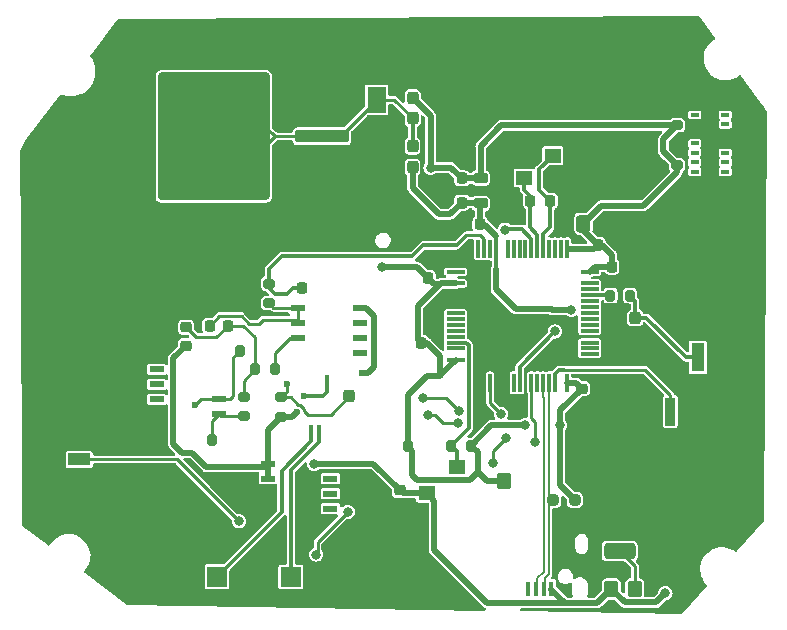
<source format=gbr>
%TF.GenerationSoftware,KiCad,Pcbnew,7.0.2*%
%TF.CreationDate,2023-11-28T02:03:26-03:00*%
%TF.ProjectId,Schematic_monitor,53636865-6d61-4746-9963-5f6d6f6e6974,rev?*%
%TF.SameCoordinates,Original*%
%TF.FileFunction,Copper,L1,Top*%
%TF.FilePolarity,Positive*%
%FSLAX45Y45*%
G04 Gerber Fmt 4.5, Leading zero omitted, Abs format (unit mm)*
G04 Created by KiCad (PCBNEW 7.0.2) date 2023-11-28 02:03:26*
%MOMM*%
%LPD*%
G01*
G04 APERTURE LIST*
G04 Aperture macros list*
%AMRoundRect*
0 Rectangle with rounded corners*
0 $1 Rounding radius*
0 $2 $3 $4 $5 $6 $7 $8 $9 X,Y pos of 4 corners*
0 Add a 4 corners polygon primitive as box body*
4,1,4,$2,$3,$4,$5,$6,$7,$8,$9,$2,$3,0*
0 Add four circle primitives for the rounded corners*
1,1,$1+$1,$2,$3*
1,1,$1+$1,$4,$5*
1,1,$1+$1,$6,$7*
1,1,$1+$1,$8,$9*
0 Add four rect primitives between the rounded corners*
20,1,$1+$1,$2,$3,$4,$5,0*
20,1,$1+$1,$4,$5,$6,$7,0*
20,1,$1+$1,$6,$7,$8,$9,0*
20,1,$1+$1,$8,$9,$2,$3,0*%
G04 Aperture macros list end*
%TA.AperFunction,SMDPad,CuDef*%
%ADD10R,1.120000X2.440000*%
%TD*%
%TA.AperFunction,SMDPad,CuDef*%
%ADD11RoundRect,0.237500X-0.237500X0.287500X-0.237500X-0.287500X0.237500X-0.287500X0.237500X0.287500X0*%
%TD*%
%TA.AperFunction,SMDPad,CuDef*%
%ADD12RoundRect,0.250000X0.350000X0.450000X-0.350000X0.450000X-0.350000X-0.450000X0.350000X-0.450000X0*%
%TD*%
%TA.AperFunction,SMDPad,CuDef*%
%ADD13RoundRect,0.200000X0.200000X0.275000X-0.200000X0.275000X-0.200000X-0.275000X0.200000X-0.275000X0*%
%TD*%
%TA.AperFunction,SMDPad,CuDef*%
%ADD14RoundRect,0.200000X0.275000X-0.200000X0.275000X0.200000X-0.275000X0.200000X-0.275000X-0.200000X0*%
%TD*%
%TA.AperFunction,SMDPad,CuDef*%
%ADD15R,1.400000X1.200000*%
%TD*%
%TA.AperFunction,SMDPad,CuDef*%
%ADD16RoundRect,0.225000X-0.225000X-0.250000X0.225000X-0.250000X0.225000X0.250000X-0.225000X0.250000X0*%
%TD*%
%TA.AperFunction,SMDPad,CuDef*%
%ADD17RoundRect,0.237500X0.250000X0.237500X-0.250000X0.237500X-0.250000X-0.237500X0.250000X-0.237500X0*%
%TD*%
%TA.AperFunction,SMDPad,CuDef*%
%ADD18RoundRect,0.225000X0.225000X0.250000X-0.225000X0.250000X-0.225000X-0.250000X0.225000X-0.250000X0*%
%TD*%
%TA.AperFunction,SMDPad,CuDef*%
%ADD19RoundRect,0.200000X-0.275000X0.200000X-0.275000X-0.200000X0.275000X-0.200000X0.275000X0.200000X0*%
%TD*%
%TA.AperFunction,SMDPad,CuDef*%
%ADD20RoundRect,0.250000X-0.337500X-0.475000X0.337500X-0.475000X0.337500X0.475000X-0.337500X0.475000X0*%
%TD*%
%TA.AperFunction,SMDPad,CuDef*%
%ADD21RoundRect,0.237500X0.237500X-0.300000X0.237500X0.300000X-0.237500X0.300000X-0.237500X-0.300000X0*%
%TD*%
%TA.AperFunction,SMDPad,CuDef*%
%ADD22RoundRect,0.075000X-0.075000X0.700000X-0.075000X-0.700000X0.075000X-0.700000X0.075000X0.700000X0*%
%TD*%
%TA.AperFunction,SMDPad,CuDef*%
%ADD23RoundRect,0.075000X-0.700000X0.075000X-0.700000X-0.075000X0.700000X-0.075000X0.700000X0.075000X0*%
%TD*%
%TA.AperFunction,SMDPad,CuDef*%
%ADD24R,0.450000X1.300000*%
%TD*%
%TA.AperFunction,SMDPad,CuDef*%
%ADD25RoundRect,0.218750X-0.218750X-0.256250X0.218750X-0.256250X0.218750X0.256250X-0.218750X0.256250X0*%
%TD*%
%TA.AperFunction,SMDPad,CuDef*%
%ADD26R,0.381000X1.219200*%
%TD*%
%TA.AperFunction,ComponentPad*%
%ADD27R,1.700000X1.700000*%
%TD*%
%TA.AperFunction,SMDPad,CuDef*%
%ADD28R,1.257300X0.508000*%
%TD*%
%TA.AperFunction,SMDPad,CuDef*%
%ADD29R,1.600000X2.200000*%
%TD*%
%TA.AperFunction,SMDPad,CuDef*%
%ADD30RoundRect,0.225000X-0.250000X0.225000X-0.250000X-0.225000X0.250000X-0.225000X0.250000X0.225000X0*%
%TD*%
%TA.AperFunction,SMDPad,CuDef*%
%ADD31RoundRect,0.250000X2.050000X0.300000X-2.050000X0.300000X-2.050000X-0.300000X2.050000X-0.300000X0*%
%TD*%
%TA.AperFunction,SMDPad,CuDef*%
%ADD32RoundRect,0.250000X2.025000X2.375000X-2.025000X2.375000X-2.025000X-2.375000X2.025000X-2.375000X0*%
%TD*%
%TA.AperFunction,SMDPad,CuDef*%
%ADD33RoundRect,0.250002X4.449998X5.149998X-4.449998X5.149998X-4.449998X-5.149998X4.449998X-5.149998X0*%
%TD*%
%TA.AperFunction,SMDPad,CuDef*%
%ADD34RoundRect,0.218750X-0.381250X0.218750X-0.381250X-0.218750X0.381250X-0.218750X0.381250X0.218750X0*%
%TD*%
%TA.AperFunction,SMDPad,CuDef*%
%ADD35RoundRect,0.237500X0.237500X-0.287500X0.237500X0.287500X-0.237500X0.287500X-0.237500X-0.287500X0*%
%TD*%
%TA.AperFunction,SMDPad,CuDef*%
%ADD36RoundRect,0.200000X-0.200000X-0.275000X0.200000X-0.275000X0.200000X0.275000X-0.200000X0.275000X0*%
%TD*%
%TA.AperFunction,SMDPad,CuDef*%
%ADD37R,0.850000X2.350000*%
%TD*%
%TA.AperFunction,SMDPad,CuDef*%
%ADD38R,0.711200X0.304800*%
%TD*%
%TA.AperFunction,SMDPad,CuDef*%
%ADD39RoundRect,0.250000X-1.075000X0.425000X-1.075000X-0.425000X1.075000X-0.425000X1.075000X0.425000X0*%
%TD*%
%TA.AperFunction,SMDPad,CuDef*%
%ADD40R,1.900000X1.000000*%
%TD*%
%TA.AperFunction,ViaPad*%
%ADD41C,0.800000*%
%TD*%
%TA.AperFunction,ViaPad*%
%ADD42C,0.600000*%
%TD*%
%TA.AperFunction,Conductor*%
%ADD43C,0.500000*%
%TD*%
%TA.AperFunction,Conductor*%
%ADD44C,0.250000*%
%TD*%
%TA.AperFunction,Conductor*%
%ADD45C,0.300000*%
%TD*%
%TA.AperFunction,Conductor*%
%ADD46C,0.200000*%
%TD*%
G04 APERTURE END LIST*
D10*
%TO.P,SW2,2,B*%
%TO.N,/sw_boot*%
X14850200Y-10884700D03*
%TD*%
D11*
%TO.P,FB2,1*%
%TO.N,Net-(U2-VO)*%
X12434600Y-9098300D03*
%TO.P,FB2,2*%
%TO.N,+3.3VA*%
X12434600Y-9273300D03*
%TD*%
D12*
%TO.P,R10,1*%
%TO.N,Net-(D4-A)*%
X14316700Y-12844700D03*
%TO.P,R10,2*%
%TO.N,VBUS*%
X14116700Y-12844700D03*
%TD*%
D13*
%TO.P,R14,2*%
%TO.N,+3.3V*%
X12393700Y-11638200D03*
%TD*%
D14*
%TO.P,R7,1*%
%TO.N,Net-(R5-Pad1)*%
X11005200Y-11384988D03*
%TO.P,R7,2*%
%TO.N,Net-(C16-Pad1)*%
X11005200Y-11219988D03*
%TD*%
D15*
%TO.P,Y1,1,1*%
%TO.N,HSE_IN*%
X13622200Y-9175700D03*
%TO.P,Y1,3,3*%
%TO.N,HSE_OUT*%
X13382200Y-9365700D03*
%TD*%
D13*
%TO.P,R1,1*%
%TO.N,/sw_boot*%
X14275700Y-10360700D03*
%TO.P,R1,2*%
%TO.N,BOOT*%
X14110700Y-10360700D03*
%TD*%
D16*
%TO.P,C7,1*%
%TO.N,+3.3V*%
X14121700Y-10116700D03*
%TD*%
D17*
%TO.P,R15,1*%
%TO.N,+3.3V*%
X13808450Y-12090200D03*
%TO.P,R15,2*%
%TO.N,USB_D+*%
X13625950Y-12090200D03*
%TD*%
D18*
%TO.P,C3,1*%
%TO.N,+3.3VA*%
X12852700Y-9573700D03*
%TD*%
D19*
%TO.P,R12,2*%
%TO.N,+3.3V*%
X14674200Y-9257100D03*
%TD*%
D20*
%TO.P,C5,1*%
%TO.N,+3.3V*%
X13880450Y-9752700D03*
%TD*%
D21*
%TO.P,C15,2*%
%TO.N,Net-(U7A-+)*%
X11899000Y-11214438D03*
%TD*%
D22*
%TO.P,U1,1,VBAT*%
%TO.N,+3.3V*%
X13741200Y-9966200D03*
%TO.P,U1,2,PC13*%
%TO.N,unconnected-(U1-PC13-Pad2)*%
X13691200Y-9966200D03*
%TO.P,U1,3,PC14*%
%TO.N,unconnected-(U1-PC14-Pad3)*%
X13641200Y-9966200D03*
%TO.P,U1,4,PC15*%
%TO.N,unconnected-(U1-PC15-Pad4)*%
X13591200Y-9966200D03*
%TO.P,U1,5,PH0*%
%TO.N,HSE_IN*%
X13541200Y-9966200D03*
%TO.P,U1,6,PH1*%
%TO.N,HSE_OUT*%
X13491200Y-9966200D03*
%TO.P,U1,7,NRST*%
%TO.N,NRST*%
X13441200Y-9966200D03*
%TO.P,U1,8,PC0*%
%TO.N,unconnected-(U1-PC0-Pad8)*%
X13391200Y-9966200D03*
%TO.P,U1,9,PC1*%
%TO.N,unconnected-(U1-PC1-Pad9)*%
X13341200Y-9966200D03*
%TO.P,U1,10,PC2*%
%TO.N,unconnected-(U1-PC2-Pad10)*%
X13291200Y-9966200D03*
%TO.P,U1,11,PC3*%
%TO.N,unconnected-(U1-PC3-Pad11)*%
X13241200Y-9966200D03*
%TO.P,U1,13,VDDA*%
%TO.N,+3.3VA*%
X13141200Y-9966200D03*
%TO.P,U1,14,PA0*%
%TO.N,unconnected-(U1-PA0-Pad14)*%
X13091200Y-9966200D03*
%TO.P,U1,15,PA1*%
%TO.N,ADC1-1*%
X13041200Y-9966200D03*
%TO.P,U1,16,PA2*%
%TO.N,unconnected-(U1-PA2-Pad16)*%
X12991200Y-9966200D03*
D23*
%TO.P,U1,17,PA3*%
%TO.N,unconnected-(U1-PA3-Pad17)*%
X12798700Y-10158700D03*
%TO.P,U1,19,VDD*%
%TO.N,+3.3V*%
X12798700Y-10258700D03*
%TO.P,U1,24,PC4*%
%TO.N,unconnected-(U1-PC4-Pad24)*%
X12798700Y-10508700D03*
%TO.P,U1,25,PC5*%
%TO.N,unconnected-(U1-PC5-Pad25)*%
X12798700Y-10558700D03*
%TO.P,U1,26,PB0*%
%TO.N,unconnected-(U1-PB0-Pad26)*%
X12798700Y-10608700D03*
%TO.P,U1,27,PB1*%
%TO.N,unconnected-(U1-PB1-Pad27)*%
X12798700Y-10658700D03*
%TO.P,U1,28,PB2*%
%TO.N,unconnected-(U1-PB2-Pad28)*%
X12798700Y-10708700D03*
%TO.P,U1,29,PB10*%
%TO.N,Temp_SCL*%
X12798700Y-10758700D03*
%TO.P,U1,30,VCAP_1*%
%TO.N,unconnected-(U1-VCAP_1-Pad30)*%
X12798700Y-10808700D03*
%TO.P,U1,32,VDD*%
%TO.N,+3.3V*%
X12798700Y-10908700D03*
D22*
%TO.P,U1,35,PB14*%
%TO.N,displ_dc*%
X13091200Y-11101200D03*
%TO.P,U1,39,PC8*%
%TO.N,unconnected-(U1-PC8-Pad39)*%
X13291200Y-11101200D03*
%TO.P,U1,40,PC9*%
%TO.N,oxi_sda*%
X13341200Y-11101200D03*
%TO.P,U1,42,PA9*%
%TO.N,led_pin*%
X13441200Y-11101200D03*
%TO.P,U1,43,PA10*%
%TO.N,unconnected-(U1-PA10-Pad43)*%
X13491200Y-11101200D03*
%TO.P,U1,44,PA11*%
%TO.N,USB_D-*%
X13541200Y-11101200D03*
%TO.P,U1,45,PA12*%
%TO.N,USB_D+*%
X13591200Y-11101200D03*
%TO.P,U1,46,PA13*%
%TO.N,SWDIO*%
X13641200Y-11101200D03*
%TO.P,U1,48,VDD*%
%TO.N,+3.3V*%
X13741200Y-11101200D03*
D23*
%TO.P,U1,50,PA15*%
%TO.N,unconnected-(U1-PA15-Pad50)*%
X13933700Y-10858700D03*
%TO.P,U1,51,PC10*%
%TO.N,unconnected-(U1-PC10-Pad51)*%
X13933700Y-10808700D03*
%TO.P,U1,52,PC11*%
%TO.N,unconnected-(U1-PC11-Pad52)*%
X13933700Y-10758700D03*
%TO.P,U1,54,PD2*%
%TO.N,unconnected-(U1-PD2-Pad54)*%
X13933700Y-10658700D03*
%TO.P,U1,55,PB3*%
%TO.N,unconnected-(U1-PB3-Pad55)*%
X13933700Y-10608700D03*
%TO.P,U1,56,PB4*%
%TO.N,unconnected-(U1-PB4-Pad56)*%
X13933700Y-10558700D03*
%TO.P,U1,57,PB5*%
%TO.N,unconnected-(U1-PB5-Pad57)*%
X13933700Y-10508700D03*
%TO.P,U1,58,PB6*%
%TO.N,unconnected-(U1-PB6-Pad58)*%
X13933700Y-10458700D03*
%TO.P,U1,59,PB7*%
%TO.N,unconnected-(U1-PB7-Pad59)*%
X13933700Y-10408700D03*
%TO.P,U1,60,BOOT0*%
%TO.N,BOOT*%
X13933700Y-10358700D03*
%TO.P,U1,61,PB8*%
%TO.N,unconnected-(U1-PB8-Pad61)*%
X13933700Y-10308700D03*
%TO.P,U1,62,PB9*%
%TO.N,unconnected-(U1-PB9-Pad62)*%
X13933700Y-10258700D03*
%TO.P,U1,64,VDD*%
%TO.N,+3.3V*%
X13933700Y-10158700D03*
%TD*%
D18*
%TO.P,C14,1*%
%TO.N,HSE_OUT*%
X13432700Y-9557700D03*
%TD*%
D24*
%TO.P,J2,1,VBUS*%
%TO.N,VBUS*%
X13608700Y-12847700D03*
%TO.P,J2,2,D-*%
%TO.N,USB_D+*%
X13543700Y-12847700D03*
%TO.P,J2,3,D+*%
%TO.N,USB_D-*%
X13478700Y-12847700D03*
%TO.P,J2,4,ID*%
%TO.N,unconnected-(J2-ID-Pad4)*%
X13413700Y-12847700D03*
%TD*%
D13*
%TO.P,R6,1*%
%TO.N,Net-(U7A--)*%
X10970700Y-10831488D03*
%TD*%
D25*
%TO.P,D3,1,K*%
%TO.N,ADC1-1*%
X11496450Y-10301200D03*
%TD*%
D26*
%TO.P,U5,2,-*%
%TO.N,Net-(J3-Pin_1)*%
X11578700Y-11516578D03*
%TO.P,U5,3,+*%
%TO.N,Net-(J4-Pin_1)*%
X11643700Y-11516578D03*
%TO.P,U5,5,Ref*%
%TO.N,Vref*%
X11708700Y-11092398D03*
%TD*%
D18*
%TO.P,C8,1*%
%TO.N,+3.3V*%
X12565200Y-10209700D03*
%TD*%
D19*
%TO.P,R11,2*%
%TO.N,+3.3V*%
X14676200Y-8920100D03*
%TD*%
D27*
%TO.P,J4,1,Pin_1*%
%TO.N,Net-(J4-Pin_1)*%
X11404200Y-12744200D03*
%TD*%
D28*
%TO.P,U8,1*%
%TO.N,Net-(U8A--)*%
X11461945Y-10463988D03*
%TO.P,U8,2,-*%
X11461945Y-10590988D03*
%TO.P,U8,3,+*%
%TO.N,Net-(U8A-+)*%
X11461945Y-10717988D03*
%TO.P,U8,5*%
%TO.N,N/C*%
X11986455Y-10844988D03*
%TO.P,U8,6*%
X11986455Y-10717988D03*
%TO.P,U8,7*%
X11986455Y-10590988D03*
%TO.P,U8,8,V+*%
%TO.N,VBUS*%
X11986455Y-10463988D03*
%TD*%
D29*
%TO.P,C2,1*%
%TO.N,Net-(U2-VO)*%
X12130800Y-8706000D03*
%TD*%
D30*
%TO.P,C16,1*%
%TO.N,Net-(C16-Pad1)*%
X10518200Y-10628988D03*
%TO.P,C16,2*%
%TO.N,Vref*%
X10518200Y-10783988D03*
%TD*%
D18*
%TO.P,C4,1*%
%TO.N,+3.3VA*%
X13007200Y-9757200D03*
%TD*%
D16*
%TO.P,C13,1*%
%TO.N,HSE_IN*%
X13601700Y-9559700D03*
%TD*%
D18*
%TO.P,C17,1*%
%TO.N,Net-(C16-Pad1)*%
X10871700Y-10615488D03*
%TO.P,C17,2*%
%TO.N,Net-(U8A--)*%
X10716700Y-10615488D03*
%TD*%
D31*
%TO.P,U2,2,VO*%
%TO.N,Net-(U2-VO)*%
X11666900Y-9013200D03*
D32*
X10994400Y-9290700D03*
X10994400Y-8735700D03*
D33*
X10751900Y-9013200D03*
D32*
X10509400Y-9290700D03*
X10509400Y-8735700D03*
%TD*%
D18*
%TO.P,C9,1*%
%TO.N,+3.3V*%
X12506200Y-10764700D03*
%TD*%
D30*
%TO.P,C18,2*%
%TO.N,VBUS*%
X12328200Y-12009700D03*
%TD*%
D34*
%TO.P,FB3,1*%
%TO.N,+3.3V*%
X13013200Y-9366450D03*
%TO.P,FB3,2*%
%TO.N,+3.3VA*%
X13013200Y-9578950D03*
%TD*%
D27*
%TO.P,J3,1,Pin_1*%
%TO.N,Net-(J3-Pin_1)*%
X10779200Y-12740200D03*
%TD*%
D35*
%TO.P,FB1,1*%
%TO.N,Net-(U2-VO)*%
X12435600Y-8860800D03*
%TO.P,FB1,2*%
%TO.N,+3.3V*%
X12435600Y-8685800D03*
%TD*%
D13*
%TO.P,R5,1*%
%TO.N,Net-(R5-Pad1)*%
X10737700Y-11586488D03*
%TD*%
D16*
%TO.P,C6,1*%
%TO.N,+3.3V*%
X14004700Y-9931700D03*
%TD*%
D36*
%TO.P,R8,1*%
%TO.N,Net-(C16-Pad1)*%
X11101700Y-10984488D03*
%TO.P,R8,2*%
%TO.N,Net-(U8A-+)*%
X11266700Y-10984488D03*
%TD*%
D11*
%TO.P,D2,1,A1*%
%TO.N,/sw_boot*%
X14319200Y-10549200D03*
%TD*%
D18*
%TO.P,C11,1*%
%TO.N,+3.3V*%
X12854700Y-9369700D03*
%TD*%
D14*
%TO.P,R9,1*%
%TO.N,Net-(U8A--)*%
X11218200Y-10424988D03*
%TO.P,R9,2*%
%TO.N,ADC1-1*%
X11218200Y-10259988D03*
%TD*%
D36*
%TO.P,R13,1*%
%TO.N,Temp_SCL*%
X12764700Y-11631200D03*
%TO.P,R13,2*%
%TO.N,+3.3V*%
X12929700Y-11631200D03*
%TD*%
D37*
%TO.P,J1,2,Pin_2*%
%TO.N,SWDIO*%
X14616800Y-11343600D03*
%TD*%
D19*
%TO.P,R4,1*%
%TO.N,Net-(U7A-+)*%
X11324000Y-11222188D03*
%TO.P,R4,2*%
%TO.N,Vref*%
X11324000Y-11387188D03*
%TD*%
D15*
%TO.P,U3,1,SCL/VZ*%
%TO.N,Temp_SCL*%
X12809200Y-11813950D03*
%TO.P,U3,3,VDD*%
%TO.N,VBUS*%
X12555200Y-12033950D03*
%TD*%
D12*
%TO.P,R16,2*%
%TO.N,+3.3V*%
X13209000Y-11932000D03*
%TD*%
D30*
%TO.P,C10,1*%
%TO.N,+3.3V*%
X13868200Y-11148200D03*
%TD*%
D28*
%TO.P,U7,1*%
%TO.N,Net-(R5-Pad1)*%
X10793455Y-11366988D03*
%TO.P,U7,2,-*%
%TO.N,Net-(U7A--)*%
X10793455Y-11239988D03*
%TO.P,U7,5*%
%TO.N,N/C*%
X10268945Y-10985988D03*
%TO.P,U7,6*%
X10268945Y-11112988D03*
%TO.P,U7,7*%
X10268945Y-11239988D03*
%TD*%
%TO.P,U6,1*%
%TO.N,Vref*%
X11214690Y-11783988D03*
%TO.P,U6,2,-*%
X11214690Y-11910988D03*
%TO.P,U6,5*%
%TO.N,N/C*%
X11739200Y-12164988D03*
%TO.P,U6,6*%
X11739200Y-12037988D03*
%TO.P,U6,7*%
X11739200Y-11910988D03*
%TO.P,U6,8,V+*%
%TO.N,VBUS*%
X11739200Y-11783988D03*
%TD*%
D38*
%TO.P,U4,1,N.C.*%
%TO.N,unconnected-(U4-N.C.-Pad1)*%
X14823200Y-8831600D03*
%TO.P,U4,4,PGND*%
%TO.N,unconnected-(U4-PGND-Pad4)*%
X14823200Y-9071600D03*
%TO.P,U4,5,IR_DRV*%
%TO.N,unconnected-(U4-IR_DRV-Pad5)*%
X14823200Y-9151600D03*
%TO.P,U4,6,R_DRV*%
%TO.N,unconnected-(U4-R_DRV-Pad6)*%
X14823200Y-9231600D03*
%TO.P,U4,7,N.C.*%
%TO.N,unconnected-(U4-N.C.-Pad7)*%
X14823200Y-9311600D03*
%TO.P,U4,8,N.C.*%
%TO.N,unconnected-(U4-N.C.-Pad8)*%
X15082280Y-9311600D03*
%TO.P,U4,9,R_LED+*%
%TO.N,unconnected-(U4-R_LED+-Pad9)*%
X15082280Y-9231600D03*
%TO.P,U4,10,IR_LED+*%
%TO.N,unconnected-(U4-IR_LED+-Pad10)*%
X15082280Y-9151600D03*
%TO.P,U4,13,\u002AINT*%
%TO.N,unconnected-(U4-\u002AINT-Pad13)*%
X15082280Y-8911600D03*
%TO.P,U4,14,N.C.*%
%TO.N,unconnected-(U4-N.C.-Pad14)*%
X15082280Y-8831600D03*
%TD*%
D39*
%TO.P,D4,2,A*%
%TO.N,Net-(D4-A)*%
X14189700Y-12524700D03*
%TD*%
D40*
%TO.P,J5,1,Pin_1*%
%TO.N,displ_led*%
X9613800Y-11748200D03*
%TD*%
D41*
%TO.N,VBUS*%
X11602200Y-11786200D03*
D42*
X12002872Y-11016964D03*
D41*
X14575408Y-12882704D03*
%TO.N,GND*%
X12141200Y-12039600D03*
X10007600Y-10998200D03*
X10033000Y-8178800D03*
%TO.N,+3.3VA*%
X13780200Y-10481200D03*
%TO.N,+3.3V*%
X12588000Y-9278000D03*
X12180408Y-10119200D03*
X13391200Y-11457200D03*
X13683408Y-11459704D03*
%TO.N,NRST*%
X13221200Y-9802200D03*
%TO.N,displ_led*%
X12823000Y-11441000D03*
X10964000Y-12273000D03*
X12562270Y-11374270D03*
%TO.N,displ_rst*%
X11619000Y-12554000D03*
X12522200Y-11226800D03*
X12829200Y-11340200D03*
X11887200Y-12192000D03*
%TO.N,displ_dc*%
X13185200Y-11363200D03*
X13223200Y-11565200D03*
X13113200Y-11778200D03*
%TO.N,led_pin*%
X13473000Y-11604000D03*
%TO.N,oxi_sda*%
X13638200Y-10665200D03*
D42*
%TO.N,Net-(U7A-+)*%
X11369200Y-11111488D03*
%TO.N,Vref*%
X11456200Y-11346200D03*
X11518200Y-11208200D03*
%TO.N,Net-(U7A--)*%
X10596000Y-11286000D03*
%TD*%
D43*
%TO.N,VBUS*%
X12102488Y-11783988D02*
X11739455Y-11783988D01*
X12352450Y-12033950D02*
X12328200Y-12009700D01*
X12328200Y-12009700D02*
X12102488Y-11783988D01*
X13998700Y-12962700D02*
X13723700Y-12962700D01*
X14231700Y-12959700D02*
X14116700Y-12844700D01*
X12105400Y-10531668D02*
X12105400Y-10969000D01*
X11739455Y-11783988D02*
X11604412Y-11783988D01*
X12105400Y-10969000D02*
X12054600Y-11019800D01*
X12618408Y-12513223D02*
X13067885Y-12962700D01*
X13611200Y-12850200D02*
X13611200Y-12847700D01*
X14575408Y-12882704D02*
X14498412Y-12959700D01*
X11986455Y-10463988D02*
X12037720Y-10463988D01*
X12054600Y-11019800D02*
X12003800Y-11019800D01*
X12037720Y-10463988D02*
X12105400Y-10531668D01*
X14116700Y-12844700D02*
X13998700Y-12962700D01*
X12618408Y-12097158D02*
X12618408Y-12513223D01*
D44*
X11604412Y-11783988D02*
X11602200Y-11786200D01*
D43*
X12555200Y-12033950D02*
X12352450Y-12033950D01*
X13067885Y-12962700D02*
X13723700Y-12962700D01*
X14498412Y-12959700D02*
X14231700Y-12959700D01*
X12555200Y-12033950D02*
X12618408Y-12097158D01*
X13723700Y-12962700D02*
X13611200Y-12850200D01*
D45*
%TO.N,Net-(U2-VO)*%
X12434600Y-9098300D02*
X12434600Y-8861800D01*
D44*
X12130800Y-8708400D02*
X12130800Y-8706000D01*
X11666900Y-9013200D02*
X11826000Y-9013200D01*
X10751900Y-9048200D02*
X10994400Y-9290700D01*
X10751900Y-9013200D02*
X10751900Y-9048200D01*
X11826000Y-9013200D02*
X12130800Y-8708400D01*
X10994400Y-9290700D02*
X11271900Y-9013200D01*
X12130800Y-8706000D02*
X12280800Y-8706000D01*
X12280800Y-8706000D02*
X12435600Y-8860800D01*
X11666900Y-9013200D02*
X11271900Y-9013200D01*
X11271900Y-9013200D02*
X10994400Y-8735700D01*
D45*
X12434600Y-8861800D02*
X12435600Y-8860800D01*
D43*
%TO.N,+3.3VA*%
X13141200Y-9855200D02*
X13051700Y-9765700D01*
X12852700Y-9573700D02*
X13007950Y-9573700D01*
D45*
X13613100Y-10475704D02*
X13618596Y-10481200D01*
D43*
X13141200Y-10309496D02*
X13141200Y-10139912D01*
X12753696Y-9672704D02*
X12659496Y-9672704D01*
X12659496Y-9672704D02*
X12434600Y-9447808D01*
D45*
X13141200Y-9966200D02*
X13141200Y-10139496D01*
D43*
X13051700Y-9765700D02*
X12994700Y-9765700D01*
D45*
X13141200Y-10139496D02*
X13141408Y-10139704D01*
D43*
X13141200Y-10309496D02*
X13307408Y-10475704D01*
X13007950Y-9573700D02*
X13013200Y-9578950D01*
X12994700Y-9765700D02*
X13007200Y-9753200D01*
X13780200Y-10481200D02*
X13618596Y-10481200D01*
X13007200Y-9753200D02*
X13007200Y-9609950D01*
X12852700Y-9573700D02*
X12753696Y-9672704D01*
X13307408Y-10475704D02*
X13613100Y-10475704D01*
X12434600Y-9447808D02*
X12434600Y-9273300D01*
D45*
X12994700Y-9597450D02*
X13013200Y-9578950D01*
D43*
X13007200Y-9609950D02*
X12994700Y-9597450D01*
D45*
X13141200Y-9966200D02*
X13141200Y-9855200D01*
D43*
X13141200Y-10139912D02*
X13141408Y-10139704D01*
%TO.N,+3.3V*%
X14558408Y-9141308D02*
X14558408Y-9037892D01*
X13683408Y-11330704D02*
X13865912Y-11148200D01*
X12762200Y-9277200D02*
X12854700Y-9369700D01*
X14121700Y-10017200D02*
X14121700Y-10116700D01*
X13741200Y-11101200D02*
X13821200Y-11101200D01*
X14121700Y-10116700D02*
X13975700Y-10116700D01*
X13821200Y-11101200D02*
X13868200Y-11148200D01*
X12667200Y-10875200D02*
X12667200Y-11040200D01*
X12588000Y-8838200D02*
X12435600Y-8685800D01*
X12471477Y-10119200D02*
X12561977Y-10209700D01*
X13061250Y-11932000D02*
X13209000Y-11932000D01*
X12648441Y-9278000D02*
X12649241Y-9277200D01*
X14389096Y-9599704D02*
X14033446Y-9599704D01*
X12393700Y-11638200D02*
X12433408Y-11677908D01*
X14004700Y-9931700D02*
X13970200Y-9966200D01*
X12180408Y-10119200D02*
X12471477Y-10119200D01*
X13184900Y-8920100D02*
X14676200Y-8920100D01*
X12986200Y-11856950D02*
X12986200Y-11687700D01*
X13102700Y-11458200D02*
X13104700Y-11456200D01*
X12619700Y-10264200D02*
X12565200Y-10209700D01*
X12433408Y-11677908D02*
X12433408Y-11876704D01*
D45*
X12561977Y-10209700D02*
X12565200Y-10209700D01*
D44*
X12671700Y-10258700D02*
X12666200Y-10264200D01*
D43*
X13865912Y-11148200D02*
X13868200Y-11148200D01*
X12924200Y-11918950D02*
X12986200Y-11856950D01*
X12986200Y-11687700D02*
X12929700Y-11631200D01*
X12687200Y-11020200D02*
X12798700Y-10908700D01*
X13683408Y-11459704D02*
X13682408Y-11460704D01*
X12556700Y-10764700D02*
X12667200Y-10875200D01*
X13009950Y-9369700D02*
X13013200Y-9366450D01*
X12588000Y-9278000D02*
X12588000Y-8838200D01*
X13970200Y-9966200D02*
X13751200Y-9966200D01*
X12478200Y-10736200D02*
X12478200Y-10452200D01*
X12393700Y-11201300D02*
X12554800Y-11040200D01*
X14674200Y-9314600D02*
X14389096Y-9599704D01*
X12666200Y-10264200D02*
X12619700Y-10264200D01*
X13880450Y-9752700D02*
X13880450Y-9807450D01*
X12929700Y-11631200D02*
X13102700Y-11458200D01*
X12588000Y-9278000D02*
X12648441Y-9278000D01*
X12854700Y-9369700D02*
X13009950Y-9369700D01*
X13683408Y-11459704D02*
X13683408Y-11330704D01*
X13013200Y-9366450D02*
X13013200Y-9091800D01*
X14004700Y-9931700D02*
X14036200Y-9931700D01*
X13975700Y-10116700D02*
X13933700Y-10158700D01*
X14033446Y-9599704D02*
X13880450Y-9752700D01*
X12475654Y-11918950D02*
X12924200Y-11918950D01*
X12649241Y-9277200D02*
X12762200Y-9277200D01*
X13104700Y-11456200D02*
X13393200Y-11456200D01*
X14558408Y-9037892D02*
X14676200Y-8920100D01*
X12554800Y-11040200D02*
X12667200Y-11040200D01*
X12433408Y-11876704D02*
X12475654Y-11918950D01*
X13880450Y-9807450D02*
X14004700Y-9931700D01*
X13682408Y-11460704D02*
X13682408Y-11964158D01*
X13013200Y-9091800D02*
X13184900Y-8920100D01*
X12798700Y-10258700D02*
X12671700Y-10258700D01*
X14036200Y-9931700D02*
X14121700Y-10017200D01*
X14674200Y-9257100D02*
X14558408Y-9141308D01*
X12667200Y-11040200D02*
X12687200Y-11020200D01*
X12506200Y-10764700D02*
X12556700Y-10764700D01*
X12986200Y-11856950D02*
X13061250Y-11932000D01*
X12393700Y-11638200D02*
X12393700Y-11201300D01*
X14674200Y-9257100D02*
X14674200Y-9314600D01*
X13682408Y-11964158D02*
X13808450Y-12090200D01*
X12478200Y-10452200D02*
X12666200Y-10264200D01*
D45*
%TO.N,NRST*%
X13441200Y-9966200D02*
X13441200Y-9878596D01*
X13361804Y-9799200D02*
X13217200Y-9799200D01*
X13441200Y-9878596D02*
X13361804Y-9799200D01*
%TO.N,HSE_IN*%
X13541200Y-9966200D02*
X13541200Y-9843700D01*
X13507408Y-9465408D02*
X13507408Y-9290492D01*
X13507408Y-9290492D02*
X13622200Y-9175700D01*
X13601700Y-9783200D02*
X13601700Y-9559700D01*
X13541200Y-9843700D02*
X13601700Y-9783200D01*
X13601700Y-9559700D02*
X13507408Y-9465408D01*
%TO.N,HSE_OUT*%
X13432700Y-9520200D02*
X13381200Y-9468700D01*
X13427200Y-9563200D02*
X13432700Y-9557700D01*
X13432700Y-9557700D02*
X13432700Y-9520200D01*
X13491200Y-9966200D02*
X13491200Y-9844700D01*
X13381200Y-9468700D02*
X13381200Y-9366700D01*
X13381200Y-9366700D02*
X13382200Y-9365700D01*
X13427200Y-9780700D02*
X13427200Y-9563200D01*
X13491200Y-9844700D02*
X13427200Y-9780700D01*
%TO.N,/sw_boot*%
X14319200Y-10549200D02*
X14319200Y-10404200D01*
X14415200Y-10549200D02*
X14319200Y-10549200D01*
X14850200Y-10884700D02*
X14750700Y-10884700D01*
X14319200Y-10404200D02*
X14275700Y-10360700D01*
X14750700Y-10884700D02*
X14415200Y-10549200D01*
D44*
%TO.N,SWDIO*%
X14404400Y-10988700D02*
X13716096Y-10988700D01*
D45*
X13675412Y-10988700D02*
X13641200Y-11022912D01*
D44*
X14616800Y-11343600D02*
X14616800Y-11201100D01*
D45*
X13641200Y-11022912D02*
X13641200Y-11101200D01*
X13716096Y-10988700D02*
X13675412Y-10988700D01*
D44*
X14616800Y-11201100D02*
X14404400Y-10988700D01*
D46*
%TO.N,USB_D-*%
X13491200Y-12835200D02*
X13478700Y-12847700D01*
X13541200Y-11217450D02*
X13543700Y-11219950D01*
X13543700Y-11219950D02*
X13543700Y-12701563D01*
X13491200Y-12754063D02*
X13491200Y-12835200D01*
X13541200Y-11101200D02*
X13541200Y-11217450D01*
X13543700Y-12701563D02*
X13491200Y-12754063D01*
%TO.N,USB_D+*%
X13588700Y-12720200D02*
X13556200Y-12752700D01*
X13543700Y-12846340D02*
X13543700Y-12847700D01*
X13591200Y-11217450D02*
X13588700Y-11219950D01*
X13588700Y-12090200D02*
X13588700Y-12720200D01*
X13556200Y-12833840D02*
X13543700Y-12846340D01*
D45*
X13625950Y-12090200D02*
X13588700Y-12090200D01*
D46*
X13556200Y-12752700D02*
X13556200Y-12833840D01*
X13588700Y-11219950D02*
X13588700Y-12090200D01*
X13591200Y-11101200D02*
X13591200Y-11217450D01*
D45*
%TO.N,BOOT*%
X13933700Y-10358700D02*
X14108700Y-10358700D01*
X14108700Y-10358700D02*
X14110700Y-10360700D01*
D44*
%TO.N,Net-(D4-A)*%
X14316700Y-12844700D02*
X14316700Y-12651700D01*
X14316700Y-12651700D02*
X14189700Y-12524700D01*
%TO.N,displ_led*%
X10443200Y-11748200D02*
X9559200Y-11748200D01*
X10964000Y-12273000D02*
X10964000Y-12269000D01*
X12624974Y-11374270D02*
X12691704Y-11441000D01*
X10964000Y-12269000D02*
X10443200Y-11748200D01*
X12562270Y-11374270D02*
X12624974Y-11374270D01*
X12691704Y-11441000D02*
X12823000Y-11441000D01*
%TO.N,displ_rst*%
X12715800Y-11226800D02*
X12829200Y-11340200D01*
X11631000Y-12542000D02*
X11619000Y-12554000D01*
X12522200Y-11226800D02*
X12715800Y-11226800D01*
X11887200Y-12192000D02*
X11631000Y-12448200D01*
X11631000Y-12448200D02*
X11631000Y-12542000D01*
%TO.N,displ_dc*%
X13113200Y-11681200D02*
X13226200Y-11568200D01*
X13091200Y-11101200D02*
X13091200Y-11269200D01*
X13113200Y-11778200D02*
X13113200Y-11681200D01*
X13091200Y-11269200D02*
X13185200Y-11363200D01*
D45*
%TO.N,Temp_SCL*%
X12911200Y-10783596D02*
X12886304Y-10758700D01*
X12911200Y-11484700D02*
X12911200Y-10783596D01*
X12809200Y-11675700D02*
X12764700Y-11631200D01*
X12886304Y-10758700D02*
X12798700Y-10758700D01*
X12764700Y-11631200D02*
X12911200Y-11484700D01*
X12809200Y-11813950D02*
X12809200Y-11675700D01*
D44*
%TO.N,led_pin*%
X13441200Y-11101200D02*
X13441200Y-11399200D01*
X13441200Y-11399200D02*
X13471000Y-11429000D01*
X13471000Y-11429000D02*
X13471000Y-11606000D01*
D45*
%TO.N,oxi_sda*%
X13341200Y-11101200D02*
X13341200Y-10962200D01*
X13341200Y-10962200D02*
X13638200Y-10665200D01*
D44*
%TO.N,ADC1-1*%
X13041200Y-9882132D02*
X13009772Y-9850704D01*
D45*
X12526408Y-9936704D02*
X12802408Y-9936704D01*
X11268200Y-10348200D02*
X11218200Y-10298200D01*
D44*
X13041200Y-9966200D02*
X13041200Y-9882132D01*
D45*
X11218200Y-10298200D02*
X11218200Y-10259988D01*
D44*
X12888408Y-9850704D02*
X12802408Y-9936704D01*
D45*
X11375200Y-10348200D02*
X11268200Y-10348200D01*
D44*
X13009772Y-9850704D02*
X12888408Y-9850704D01*
D45*
X11326912Y-10029200D02*
X12433912Y-10029200D01*
X11218200Y-10259988D02*
X11218200Y-10137912D01*
X11496450Y-10301200D02*
X11422200Y-10301200D01*
X11422200Y-10301200D02*
X11375200Y-10348200D01*
X12433912Y-10029200D02*
X12526408Y-9936704D01*
X11218200Y-10137912D02*
X11326912Y-10029200D01*
%TO.N,Net-(J3-Pin_1)*%
X11326408Y-12192992D02*
X10779200Y-12740200D01*
X11578700Y-11595877D02*
X11326408Y-11848169D01*
X11578700Y-11516578D02*
X11578700Y-11595877D01*
X11326408Y-11848169D02*
X11326408Y-12192992D01*
%TO.N,Net-(J4-Pin_1)*%
X11643700Y-11516578D02*
X11643700Y-11601588D01*
X11643700Y-11601588D02*
X11404200Y-11841088D01*
X11404200Y-11841088D02*
X11404200Y-12744200D01*
D44*
%TO.N,Net-(U7A-+)*%
X11369200Y-11177488D02*
X11369200Y-11111488D01*
X11324500Y-11222188D02*
X11369200Y-11177488D01*
X11518700Y-11334996D02*
X11518700Y-11320312D01*
X11405892Y-11222188D02*
X11324000Y-11222188D01*
X11518700Y-11320312D02*
X11482088Y-11283700D01*
X11467404Y-11283700D02*
X11405892Y-11222188D01*
X11552408Y-11368704D02*
X11518700Y-11334996D01*
X11482088Y-11283700D02*
X11467404Y-11283700D01*
X11899000Y-11214438D02*
X11744734Y-11368704D01*
X11744734Y-11368704D02*
X11552408Y-11368704D01*
X11324000Y-11222188D02*
X11324500Y-11222188D01*
D45*
%TO.N,Vref*%
X11674912Y-11214200D02*
X11521200Y-11214200D01*
D43*
X11214945Y-11783988D02*
X11214945Y-11910988D01*
X11324000Y-11387188D02*
X11415212Y-11387188D01*
X10483404Y-11690700D02*
X10409408Y-11616704D01*
X10409408Y-10892780D02*
X10518200Y-10783988D01*
X10690021Y-11810704D02*
X10570017Y-11690700D01*
X11415212Y-11387188D02*
X11456200Y-11346200D01*
X11214945Y-11783988D02*
X11188229Y-11810704D01*
X11324000Y-11387188D02*
X11214945Y-11496243D01*
X10409408Y-11616704D02*
X10409408Y-10892780D01*
X10570017Y-11690700D02*
X10483404Y-11690700D01*
X11188229Y-11810704D02*
X10690021Y-11810704D01*
X11214945Y-11496243D02*
X11214945Y-11783988D01*
D45*
X11708700Y-11180412D02*
X11674912Y-11214200D01*
X11521200Y-11214200D02*
X11519200Y-11212200D01*
X11708700Y-11092398D02*
X11708700Y-11180412D01*
D44*
%TO.N,Net-(C16-Pad1)*%
X11005200Y-11080988D02*
X11101700Y-10984488D01*
X10773700Y-10713488D02*
X10602700Y-10713488D01*
X10602700Y-10713488D02*
X10518200Y-10628988D01*
X11003200Y-10615488D02*
X11101700Y-10713988D01*
X11101700Y-10713988D02*
X11101700Y-10984488D01*
X10871700Y-10615488D02*
X10773700Y-10713488D01*
X10871700Y-10615488D02*
X11003200Y-10615488D01*
X11005200Y-11219988D02*
X11005200Y-11080988D01*
%TO.N,Net-(U8A--)*%
X11052552Y-10601200D02*
X11131670Y-10601200D01*
X10716700Y-10615488D02*
X10796700Y-10535488D01*
X10986840Y-10535488D02*
X11052552Y-10601200D01*
X11435657Y-10564700D02*
X11461945Y-10590988D01*
X11461945Y-10463988D02*
X11257200Y-10463988D01*
X11168170Y-10564700D02*
X11435657Y-10564700D01*
X10796700Y-10535488D02*
X10986840Y-10535488D01*
X11257200Y-10463988D02*
X11218200Y-10424988D01*
X11461945Y-10463988D02*
X11461945Y-10590988D01*
X11131670Y-10601200D02*
X11168170Y-10564700D01*
%TO.N,Net-(U7A--)*%
X10642012Y-11239988D02*
X10793455Y-11239988D01*
X10918200Y-10883988D02*
X10918200Y-11207488D01*
X10970700Y-10831488D02*
X10918200Y-10883988D01*
X10885700Y-11239988D02*
X10793455Y-11239988D01*
X10596000Y-11286000D02*
X10642012Y-11239988D01*
X10918200Y-11207488D02*
X10885700Y-11239988D01*
%TO.N,Net-(R5-Pad1)*%
X10737700Y-11586488D02*
X10737700Y-11422743D01*
X10737700Y-11422743D02*
X10793455Y-11366988D01*
X11005200Y-11384988D02*
X10811455Y-11384988D01*
X10811455Y-11384988D02*
X10793455Y-11366988D01*
%TO.N,Net-(U8A-+)*%
X11461945Y-10717988D02*
X11394700Y-10717988D01*
X11266700Y-10845988D02*
X11266700Y-10984488D01*
X11394700Y-10717988D02*
X11266700Y-10845988D01*
%TD*%
%TA.AperFunction,Conductor*%
%TO.N,GND*%
G36*
X14865466Y-8000167D02*
G01*
X14868930Y-8003460D01*
X14992007Y-8177025D01*
X14994279Y-8183632D01*
X14992618Y-8190419D01*
X14987961Y-8195011D01*
X14981822Y-8198456D01*
X14960382Y-8215011D01*
X14941581Y-8234512D01*
X14925820Y-8256542D01*
X14913434Y-8280633D01*
X14904688Y-8306269D01*
X14899768Y-8332907D01*
X14898779Y-8359976D01*
X14901741Y-8386902D01*
X14908593Y-8413109D01*
X14919187Y-8438039D01*
X14933298Y-8461161D01*
X14950625Y-8481982D01*
X14950625Y-8481982D01*
X14970800Y-8500058D01*
X14993391Y-8515004D01*
X15004021Y-8519988D01*
X15017918Y-8526502D01*
X15043832Y-8534299D01*
X15043857Y-8534306D01*
X15070656Y-8538250D01*
X15070656Y-8538250D01*
X15090737Y-8538250D01*
X15090963Y-8538250D01*
X15111216Y-8536768D01*
X15137655Y-8530878D01*
X15162956Y-8521201D01*
X15186578Y-8507944D01*
X15202260Y-8495835D01*
X15208769Y-8493296D01*
X15215617Y-8494679D01*
X15219953Y-8498477D01*
X15353736Y-8687139D01*
X15409953Y-8766417D01*
X15430889Y-8795941D01*
X15433161Y-8802548D01*
X15433173Y-8803196D01*
X15410231Y-12263577D01*
X15408218Y-12270268D01*
X15407150Y-12271674D01*
X15183946Y-12525979D01*
X15178044Y-12529719D01*
X15171057Y-12529674D01*
X15167784Y-12528140D01*
X15167175Y-12527738D01*
X15147009Y-12514396D01*
X15144918Y-12513416D01*
X15122482Y-12502898D01*
X15096544Y-12495094D01*
X15096543Y-12495094D01*
X15069744Y-12491150D01*
X15049437Y-12491150D01*
X15049212Y-12491166D01*
X15049211Y-12491166D01*
X15029184Y-12492632D01*
X15002745Y-12498522D01*
X14977444Y-12508199D01*
X14953822Y-12521456D01*
X14932382Y-12538011D01*
X14913581Y-12557512D01*
X14897820Y-12579542D01*
X14885434Y-12603633D01*
X14876688Y-12629269D01*
X14871768Y-12655907D01*
X14870779Y-12682976D01*
X14873741Y-12709902D01*
X14878167Y-12726832D01*
X14880593Y-12736109D01*
X14890649Y-12759773D01*
X14891187Y-12761039D01*
X14905298Y-12784161D01*
X14922625Y-12804982D01*
X14922685Y-12805035D01*
X14922729Y-12805107D01*
X14923206Y-12805680D01*
X14923126Y-12805746D01*
X14926365Y-12810975D01*
X14926249Y-12817961D01*
X14923730Y-12822451D01*
X14724979Y-13048895D01*
X14719077Y-13052635D01*
X14715472Y-13053113D01*
X13353263Y-13032549D01*
X13346589Y-13030479D01*
X13342094Y-13025130D01*
X13341204Y-13018200D01*
X13344202Y-13011889D01*
X13350137Y-13008201D01*
X13353450Y-13007750D01*
X13716910Y-13007750D01*
X13722626Y-13007750D01*
X13723090Y-13007759D01*
X13728801Y-13007972D01*
X13728801Y-13007972D01*
X13729403Y-13007995D01*
X13731263Y-13007750D01*
X13995474Y-13007750D01*
X13996862Y-13007828D01*
X14000403Y-13008227D01*
X14000403Y-13008227D01*
X14000403Y-13008227D01*
X14006023Y-13007164D01*
X14006473Y-13007087D01*
X14012129Y-13006235D01*
X14012129Y-13006235D01*
X14012727Y-13006145D01*
X14013213Y-13005985D01*
X14013747Y-13005702D01*
X14013747Y-13005702D01*
X14018804Y-13003029D01*
X14019214Y-13002823D01*
X14024364Y-13000342D01*
X14024364Y-13000342D01*
X14024908Y-13000081D01*
X14025327Y-12999783D01*
X14025753Y-12999357D01*
X14025754Y-12999357D01*
X14029800Y-12995310D01*
X14030126Y-12994996D01*
X14034319Y-12991105D01*
X14034319Y-12991105D01*
X14034761Y-12990695D01*
X14035903Y-12989207D01*
X14086728Y-12938382D01*
X14092861Y-12935033D01*
X14095496Y-12934750D01*
X14137903Y-12934750D01*
X14144607Y-12936718D01*
X14146672Y-12938382D01*
X14197563Y-12989273D01*
X14198490Y-12990310D01*
X14200712Y-12993097D01*
X14205436Y-12996318D01*
X14205814Y-12996586D01*
X14210334Y-12999922D01*
X14210897Y-13000338D01*
X14211357Y-13000569D01*
X14211932Y-13000747D01*
X14211933Y-13000747D01*
X14214435Y-13001519D01*
X14217398Y-13002433D01*
X14217837Y-13002577D01*
X14223230Y-13004465D01*
X14223230Y-13004465D01*
X14223799Y-13004664D01*
X14224307Y-13004750D01*
X14224910Y-13004750D01*
X14230625Y-13004750D01*
X14231088Y-13004759D01*
X14236801Y-13004972D01*
X14236801Y-13004972D01*
X14237403Y-13004995D01*
X14239264Y-13004750D01*
X14495186Y-13004750D01*
X14496574Y-13004828D01*
X14500115Y-13005227D01*
X14500115Y-13005227D01*
X14500115Y-13005227D01*
X14505735Y-13004164D01*
X14506184Y-13004087D01*
X14511841Y-13003235D01*
X14511841Y-13003235D01*
X14512439Y-13003145D01*
X14512925Y-13002985D01*
X14513459Y-13002702D01*
X14513459Y-13002702D01*
X14518516Y-13000029D01*
X14518925Y-12999823D01*
X14524076Y-12997342D01*
X14524076Y-12997342D01*
X14524620Y-12997081D01*
X14525039Y-12996783D01*
X14525465Y-12996357D01*
X14525466Y-12996357D01*
X14529512Y-12992310D01*
X14529838Y-12991996D01*
X14534031Y-12988105D01*
X14534031Y-12988105D01*
X14534473Y-12987695D01*
X14535615Y-12986207D01*
X14576050Y-12945772D01*
X14582182Y-12942423D01*
X14583198Y-12942246D01*
X14591084Y-12941208D01*
X14605692Y-12935157D01*
X14618236Y-12925532D01*
X14627862Y-12912988D01*
X14633912Y-12898380D01*
X14635976Y-12882704D01*
X14633912Y-12867028D01*
X14627862Y-12852420D01*
X14625623Y-12849502D01*
X14618236Y-12839876D01*
X14605692Y-12830250D01*
X14591084Y-12824199D01*
X14575408Y-12822136D01*
X14559732Y-12824199D01*
X14545124Y-12830250D01*
X14532580Y-12839876D01*
X14522954Y-12852420D01*
X14516904Y-12867028D01*
X14515865Y-12874912D01*
X14513039Y-12881302D01*
X14512340Y-12882062D01*
X14483383Y-12911018D01*
X14477251Y-12914367D01*
X14474615Y-12914650D01*
X14408174Y-12914650D01*
X14401470Y-12912681D01*
X14396895Y-12907401D01*
X14395900Y-12900485D01*
X14396464Y-12898180D01*
X14396723Y-12895415D01*
X14396750Y-12895127D01*
X14396750Y-12794273D01*
X14396465Y-12791230D01*
X14391979Y-12778412D01*
X14391979Y-12778411D01*
X14383915Y-12767485D01*
X14372988Y-12759421D01*
X14360947Y-12755207D01*
X14360170Y-12754935D01*
X14360170Y-12754935D01*
X14358740Y-12754435D01*
X14358792Y-12754288D01*
X14354001Y-12752380D01*
X14349939Y-12746695D01*
X14349250Y-12742620D01*
X14349250Y-12653662D01*
X14349297Y-12652581D01*
X14349626Y-12648819D01*
X14348649Y-12645170D01*
X14348414Y-12644114D01*
X14347993Y-12641722D01*
X14347759Y-12640395D01*
X14347759Y-12640395D01*
X14347740Y-12640289D01*
X14346717Y-12637820D01*
X14346655Y-12637732D01*
X14346655Y-12637732D01*
X14344488Y-12634636D01*
X14343908Y-12633727D01*
X14342019Y-12630454D01*
X14339126Y-12628027D01*
X14338330Y-12627297D01*
X14328690Y-12617658D01*
X14325342Y-12611526D01*
X14325840Y-12604557D01*
X14328472Y-12601042D01*
X14328305Y-12600919D01*
X14337479Y-12588488D01*
X14337480Y-12588485D01*
X14341965Y-12575670D01*
X14342250Y-12572627D01*
X14342250Y-12476773D01*
X14341965Y-12473730D01*
X14337479Y-12460912D01*
X14337479Y-12460911D01*
X14329415Y-12449985D01*
X14318488Y-12441921D01*
X14305670Y-12437435D01*
X14302915Y-12437177D01*
X14302914Y-12437177D01*
X14302627Y-12437150D01*
X14076773Y-12437150D01*
X14076486Y-12437177D01*
X14076485Y-12437177D01*
X14073730Y-12437435D01*
X14060911Y-12441921D01*
X14049985Y-12449985D01*
X14041921Y-12460911D01*
X14037435Y-12473730D01*
X14037177Y-12476485D01*
X14037177Y-12476486D01*
X14037150Y-12476773D01*
X14037150Y-12572627D01*
X14037177Y-12572914D01*
X14037177Y-12572915D01*
X14037435Y-12575670D01*
X14041921Y-12588488D01*
X14049985Y-12599415D01*
X14060911Y-12607479D01*
X14060912Y-12607479D01*
X14073730Y-12611965D01*
X14076773Y-12612250D01*
X14226081Y-12612250D01*
X14232785Y-12614218D01*
X14234849Y-12615882D01*
X14280518Y-12661551D01*
X14283867Y-12667683D01*
X14284150Y-12670319D01*
X14284150Y-12742620D01*
X14282181Y-12749324D01*
X14276901Y-12753899D01*
X14273905Y-12754699D01*
X14260411Y-12759421D01*
X14249485Y-12767485D01*
X14241421Y-12778411D01*
X14236935Y-12791230D01*
X14236677Y-12793985D01*
X14236677Y-12793986D01*
X14236650Y-12794273D01*
X14236650Y-12794563D01*
X14236650Y-12871003D01*
X14234681Y-12877707D01*
X14229401Y-12882283D01*
X14222485Y-12883277D01*
X14216130Y-12880375D01*
X14215482Y-12879771D01*
X14200382Y-12864671D01*
X14197033Y-12858539D01*
X14196750Y-12855903D01*
X14196750Y-12794563D01*
X14196750Y-12794562D01*
X14196750Y-12794273D01*
X14196465Y-12791230D01*
X14191979Y-12778412D01*
X14191979Y-12778411D01*
X14183915Y-12767485D01*
X14172988Y-12759421D01*
X14160170Y-12754935D01*
X14157415Y-12754677D01*
X14157414Y-12754677D01*
X14157127Y-12754650D01*
X14076273Y-12754650D01*
X14075986Y-12754677D01*
X14075985Y-12754677D01*
X14073230Y-12754935D01*
X14060411Y-12759421D01*
X14049485Y-12767485D01*
X14041421Y-12778411D01*
X14036935Y-12791230D01*
X14036677Y-12793985D01*
X14036677Y-12793986D01*
X14036650Y-12794273D01*
X14036650Y-12794562D01*
X14036650Y-12794563D01*
X14036650Y-12855903D01*
X14034681Y-12862607D01*
X14033018Y-12864671D01*
X13983672Y-12914018D01*
X13977539Y-12917367D01*
X13974903Y-12917650D01*
X13923414Y-12917650D01*
X13916710Y-12915681D01*
X13912134Y-12910401D01*
X13911140Y-12903485D01*
X13911820Y-12900853D01*
X13913367Y-12896773D01*
X13917269Y-12886484D01*
X13918750Y-12874286D01*
X13918750Y-12811114D01*
X13917269Y-12798915D01*
X13911452Y-12783577D01*
X13908633Y-12779494D01*
X13902133Y-12770077D01*
X13889855Y-12759199D01*
X13889855Y-12759199D01*
X13889855Y-12759199D01*
X13875329Y-12751576D01*
X13859402Y-12747650D01*
X13842998Y-12747650D01*
X13827070Y-12751576D01*
X13812545Y-12759199D01*
X13812545Y-12759199D01*
X13811212Y-12759899D01*
X13810993Y-12759482D01*
X13807289Y-12761220D01*
X13800364Y-12760298D01*
X13795036Y-12755777D01*
X13792998Y-12749094D01*
X13793217Y-12746642D01*
X13793281Y-12746306D01*
X13794138Y-12741817D01*
X13793990Y-12739480D01*
X13793106Y-12725414D01*
X13792544Y-12723686D01*
X13788027Y-12709783D01*
X13780535Y-12697978D01*
X13779220Y-12695906D01*
X13767239Y-12684655D01*
X13752836Y-12676737D01*
X13736918Y-12672650D01*
X13736918Y-12672650D01*
X13724607Y-12672650D01*
X13724222Y-12672699D01*
X13724221Y-12672699D01*
X13712394Y-12674193D01*
X13697113Y-12680243D01*
X13683816Y-12689903D01*
X13673340Y-12702567D01*
X13671331Y-12706838D01*
X13666342Y-12717439D01*
X13665150Y-12723686D01*
X13663262Y-12733583D01*
X13664294Y-12749986D01*
X13664294Y-12749986D01*
X13665902Y-12754935D01*
X13665991Y-12755207D01*
X13666190Y-12762192D01*
X13662781Y-12767845D01*
X13665415Y-12767467D01*
X13671770Y-12770369D01*
X13674120Y-12773096D01*
X13678180Y-12779494D01*
X13684572Y-12785496D01*
X13690161Y-12790745D01*
X13701072Y-12796744D01*
X13704563Y-12798663D01*
X13720482Y-12802750D01*
X13720482Y-12802750D01*
X13732403Y-12802750D01*
X13732792Y-12802750D01*
X13742977Y-12801463D01*
X13745006Y-12801207D01*
X13756279Y-12796744D01*
X13760287Y-12795157D01*
X13765006Y-12791728D01*
X13771587Y-12789380D01*
X13778392Y-12790963D01*
X13783262Y-12795973D01*
X13784649Y-12802821D01*
X13784604Y-12803255D01*
X13783695Y-12810742D01*
X13783695Y-12810744D01*
X13783650Y-12811114D01*
X13783650Y-12874286D01*
X13783695Y-12874656D01*
X13783695Y-12874658D01*
X13785131Y-12886484D01*
X13790580Y-12900853D01*
X13791117Y-12907819D01*
X13787802Y-12913970D01*
X13781688Y-12917352D01*
X13778986Y-12917650D01*
X13747496Y-12917650D01*
X13740793Y-12915681D01*
X13738728Y-12914018D01*
X13654882Y-12830172D01*
X13651533Y-12824039D01*
X13651250Y-12821403D01*
X13651250Y-12779740D01*
X13653218Y-12773037D01*
X13655393Y-12771152D01*
X13649371Y-12770461D01*
X13647309Y-12769350D01*
X13639023Y-12763813D01*
X13633175Y-12762650D01*
X13633175Y-12762650D01*
X13618747Y-12762650D01*
X13612044Y-12760681D01*
X13607468Y-12755401D01*
X13606474Y-12748485D01*
X13609376Y-12742130D01*
X13609583Y-12741897D01*
X13609774Y-12741688D01*
X13610247Y-12741168D01*
X13610638Y-12740759D01*
X13611917Y-12739480D01*
X13611918Y-12739479D01*
X13611987Y-12739410D01*
X13612892Y-12738267D01*
X13614691Y-12736293D01*
X13614691Y-12736293D01*
X13614692Y-12736293D01*
X13614942Y-12735647D01*
X13616274Y-12733119D01*
X13616666Y-12732548D01*
X13617277Y-12729948D01*
X13617785Y-12728309D01*
X13618750Y-12725817D01*
X13618750Y-12725125D01*
X13619079Y-12722286D01*
X13619238Y-12721612D01*
X13618869Y-12718966D01*
X13618750Y-12717253D01*
X13618750Y-12498795D01*
X13813650Y-12498795D01*
X13813707Y-12499213D01*
X13813708Y-12499215D01*
X13814543Y-12505291D01*
X13815123Y-12509511D01*
X13820878Y-12522761D01*
X13821655Y-12523716D01*
X13829995Y-12533967D01*
X13838934Y-12540277D01*
X13841796Y-12542297D01*
X13855408Y-12547135D01*
X13869820Y-12548120D01*
X13883963Y-12545181D01*
X13896789Y-12538535D01*
X13907347Y-12528675D01*
X13912154Y-12520771D01*
X13914853Y-12516333D01*
X13917946Y-12505291D01*
X13918750Y-12502423D01*
X13918750Y-12426605D01*
X13917277Y-12415889D01*
X13911522Y-12402639D01*
X13905919Y-12395752D01*
X13902405Y-12391433D01*
X13890604Y-12383103D01*
X13890604Y-12383103D01*
X13876992Y-12378265D01*
X13876992Y-12378265D01*
X13876992Y-12378265D01*
X13862580Y-12377280D01*
X13862580Y-12377280D01*
X13857837Y-12378265D01*
X13848436Y-12380219D01*
X13835610Y-12386865D01*
X13825053Y-12396724D01*
X13817547Y-12409067D01*
X13813650Y-12422977D01*
X13813650Y-12422977D01*
X13813650Y-12498795D01*
X13618750Y-12498795D01*
X13618750Y-12170150D01*
X13620718Y-12163446D01*
X13625999Y-12158871D01*
X13631150Y-12157750D01*
X13655936Y-12157750D01*
X13656226Y-12157750D01*
X13659185Y-12157472D01*
X13671647Y-12153112D01*
X13676952Y-12149197D01*
X13682271Y-12145271D01*
X13690111Y-12134648D01*
X13690111Y-12134648D01*
X13690112Y-12134647D01*
X13694472Y-12122185D01*
X13694750Y-12119226D01*
X13694750Y-12070146D01*
X13696718Y-12063443D01*
X13701999Y-12058867D01*
X13708915Y-12057873D01*
X13715270Y-12060775D01*
X13715918Y-12061378D01*
X13736018Y-12081478D01*
X13739367Y-12087611D01*
X13739650Y-12090246D01*
X13739650Y-12119226D01*
X13739677Y-12119513D01*
X13739677Y-12119514D01*
X13739927Y-12122184D01*
X13739927Y-12122185D01*
X13739927Y-12122185D01*
X13743163Y-12131432D01*
X13744288Y-12134648D01*
X13752129Y-12145271D01*
X13762752Y-12153111D01*
X13762752Y-12153111D01*
X13762752Y-12153112D01*
X13775215Y-12157472D01*
X13778174Y-12157750D01*
X13778464Y-12157750D01*
X13838436Y-12157750D01*
X13838726Y-12157750D01*
X13841685Y-12157472D01*
X13854147Y-12153112D01*
X13859452Y-12149197D01*
X13864771Y-12145271D01*
X13872611Y-12134648D01*
X13872611Y-12134648D01*
X13872612Y-12134647D01*
X13876972Y-12122185D01*
X13877250Y-12119226D01*
X13877250Y-12061174D01*
X13876972Y-12058215D01*
X13872612Y-12045752D01*
X13872611Y-12045752D01*
X13872611Y-12045752D01*
X13864771Y-12035129D01*
X13854148Y-12027288D01*
X13852768Y-12026806D01*
X13841685Y-12022927D01*
X13841685Y-12022927D01*
X13841684Y-12022927D01*
X13839014Y-12022677D01*
X13839013Y-12022677D01*
X13838726Y-12022650D01*
X13838436Y-12022650D01*
X13809747Y-12022650D01*
X13803043Y-12020681D01*
X13800978Y-12019018D01*
X13731090Y-11949129D01*
X13727741Y-11942997D01*
X13727458Y-11940361D01*
X13727458Y-11505149D01*
X13729426Y-11498445D01*
X13730019Y-11497602D01*
X13735862Y-11489988D01*
X13741912Y-11475380D01*
X13743976Y-11459704D01*
X13741912Y-11444028D01*
X13735862Y-11429420D01*
X13735403Y-11428822D01*
X13731020Y-11423110D01*
X13728501Y-11416594D01*
X13728458Y-11415562D01*
X13728458Y-11354500D01*
X13730426Y-11347796D01*
X13732090Y-11345732D01*
X13860940Y-11216882D01*
X13867073Y-11213533D01*
X13869708Y-11213250D01*
X13896549Y-11213250D01*
X13903187Y-11212199D01*
X13906513Y-11211672D01*
X13918522Y-11205553D01*
X13928053Y-11196022D01*
X13934172Y-11184013D01*
X13935345Y-11176607D01*
X13935750Y-11174049D01*
X13935750Y-11122351D01*
X13934172Y-11112388D01*
X13934172Y-11112387D01*
X13928053Y-11100378D01*
X13928053Y-11100378D01*
X13918522Y-11090847D01*
X13906512Y-11084728D01*
X13896549Y-11083150D01*
X13896549Y-11083150D01*
X13871996Y-11083150D01*
X13865293Y-11081182D01*
X13863228Y-11079518D01*
X13855337Y-11071627D01*
X13854410Y-11070590D01*
X13853687Y-11069684D01*
X13852188Y-11067803D01*
X13847461Y-11064580D01*
X13847087Y-11064315D01*
X13846960Y-11064221D01*
X13845038Y-11062802D01*
X13842003Y-11060563D01*
X13841542Y-11060330D01*
X13840219Y-11059922D01*
X13835504Y-11058468D01*
X13835064Y-11058323D01*
X13832548Y-11057443D01*
X13829670Y-11056435D01*
X13829670Y-11056435D01*
X13829102Y-11056237D01*
X13828591Y-11056150D01*
X13827990Y-11056150D01*
X13822274Y-11056150D01*
X13821810Y-11056141D01*
X13815497Y-11055905D01*
X13813636Y-11056150D01*
X13788650Y-11056150D01*
X13781946Y-11054182D01*
X13777370Y-11048901D01*
X13776250Y-11043750D01*
X13776250Y-11033650D01*
X13778218Y-11026946D01*
X13783499Y-11022371D01*
X13788650Y-11021250D01*
X14385781Y-11021250D01*
X14392485Y-11023219D01*
X14394549Y-11024882D01*
X14562029Y-11192362D01*
X14565378Y-11198494D01*
X14564880Y-11205464D01*
X14560692Y-11211057D01*
X14560151Y-11211440D01*
X14559845Y-11211644D01*
X14555413Y-11218277D01*
X14554250Y-11224125D01*
X14554250Y-11463075D01*
X14555413Y-11468923D01*
X14559845Y-11475555D01*
X14566477Y-11479987D01*
X14572325Y-11481150D01*
X14572325Y-11481150D01*
X14661275Y-11481150D01*
X14664199Y-11480568D01*
X14667123Y-11479987D01*
X14673755Y-11475555D01*
X14678187Y-11468923D01*
X14679350Y-11463075D01*
X14679350Y-11224125D01*
X14679002Y-11222375D01*
X14678187Y-11218277D01*
X14673755Y-11211645D01*
X14667123Y-11207213D01*
X14660077Y-11205812D01*
X14660102Y-11205686D01*
X14654635Y-11204081D01*
X14650060Y-11198801D01*
X14649362Y-11196860D01*
X14648748Y-11194569D01*
X14648514Y-11193514D01*
X14648222Y-11191856D01*
X14647859Y-11189795D01*
X14647859Y-11189795D01*
X14647840Y-11189689D01*
X14646817Y-11187220D01*
X14646755Y-11187132D01*
X14646755Y-11187132D01*
X14644940Y-11184539D01*
X14644589Y-11184038D01*
X14644008Y-11183126D01*
X14642119Y-11179854D01*
X14639225Y-11177426D01*
X14638428Y-11176695D01*
X14428804Y-10967072D01*
X14428073Y-10966274D01*
X14425645Y-10963381D01*
X14425645Y-10963381D01*
X14422374Y-10961492D01*
X14421463Y-10960911D01*
X14418368Y-10958745D01*
X14418280Y-10958683D01*
X14415811Y-10957660D01*
X14411985Y-10956985D01*
X14410930Y-10956751D01*
X14407281Y-10955774D01*
X14403518Y-10956103D01*
X14402437Y-10956150D01*
X13731296Y-10956150D01*
X13727270Y-10955478D01*
X13721945Y-10953650D01*
X13680333Y-10953650D01*
X13677788Y-10953386D01*
X13676880Y-10953196D01*
X13674000Y-10953555D01*
X13672532Y-10953646D01*
X13670610Y-10953967D01*
X13670104Y-10954040D01*
X13664531Y-10954735D01*
X13659593Y-10957407D01*
X13659138Y-10957642D01*
X13654092Y-10960108D01*
X13650290Y-10964239D01*
X13649935Y-10964608D01*
X13619895Y-10994648D01*
X13617910Y-10996260D01*
X13617133Y-10996768D01*
X13615350Y-10999059D01*
X13614333Y-11000211D01*
X13614007Y-11000536D01*
X13607875Y-11003885D01*
X13602820Y-11003930D01*
X13601413Y-11003650D01*
X13580987Y-11003650D01*
X13572520Y-11005334D01*
X13566421Y-11007244D01*
X13559683Y-11005395D01*
X13559457Y-11005250D01*
X13551413Y-11003650D01*
X13530987Y-11003650D01*
X13522520Y-11005334D01*
X13516421Y-11007244D01*
X13509683Y-11005395D01*
X13509457Y-11005250D01*
X13501413Y-11003650D01*
X13480987Y-11003650D01*
X13472520Y-11005334D01*
X13466421Y-11007244D01*
X13459683Y-11005395D01*
X13459457Y-11005250D01*
X13451413Y-11003650D01*
X13430987Y-11003650D01*
X13422950Y-11005249D01*
X13413838Y-11011338D01*
X13407748Y-11020451D01*
X13406150Y-11028487D01*
X13406150Y-11173913D01*
X13408230Y-11184369D01*
X13407895Y-11184435D01*
X13408648Y-11186838D01*
X13408650Y-11187060D01*
X13408650Y-11384790D01*
X13406681Y-11391493D01*
X13401401Y-11396069D01*
X13394632Y-11397083D01*
X13391200Y-11396632D01*
X13375524Y-11398696D01*
X13360916Y-11404746D01*
X13355910Y-11408588D01*
X13349393Y-11411107D01*
X13348361Y-11411150D01*
X13248894Y-11411150D01*
X13242190Y-11409181D01*
X13237615Y-11403901D01*
X13236620Y-11396985D01*
X13237438Y-11394005D01*
X13241906Y-11383217D01*
X13243704Y-11378876D01*
X13245768Y-11363200D01*
X13243704Y-11347524D01*
X13237654Y-11332916D01*
X13235310Y-11329861D01*
X13228028Y-11320372D01*
X13215484Y-11310746D01*
X13200876Y-11304696D01*
X13185200Y-11302632D01*
X13178418Y-11303525D01*
X13171514Y-11302448D01*
X13168031Y-11299999D01*
X13127382Y-11259349D01*
X13124033Y-11253217D01*
X13123750Y-11250582D01*
X13123750Y-11187060D01*
X13124520Y-11184439D01*
X13124170Y-11184369D01*
X13124734Y-11181533D01*
X13126250Y-11173913D01*
X13126250Y-11173913D01*
X13256150Y-11173913D01*
X13257748Y-11181950D01*
X13263707Y-11190867D01*
X13263838Y-11191062D01*
X13272950Y-11197151D01*
X13280987Y-11198750D01*
X13301413Y-11198750D01*
X13309449Y-11197151D01*
X13309450Y-11197151D01*
X13309880Y-11197066D01*
X13315978Y-11195156D01*
X13322716Y-11197004D01*
X13322943Y-11197150D01*
X13322950Y-11197151D01*
X13322950Y-11197151D01*
X13330987Y-11198750D01*
X13351413Y-11198750D01*
X13359449Y-11197151D01*
X13368562Y-11191062D01*
X13374651Y-11181950D01*
X13376250Y-11173913D01*
X13376250Y-11102673D01*
X13376250Y-10981854D01*
X13378218Y-10975150D01*
X13379881Y-10973087D01*
X13484055Y-10868913D01*
X13836150Y-10868913D01*
X13837748Y-10876950D01*
X13843387Y-10885389D01*
X13843838Y-10886062D01*
X13852950Y-10892152D01*
X13860987Y-10893750D01*
X14006413Y-10893750D01*
X14014449Y-10892152D01*
X14023562Y-10886062D01*
X14029651Y-10876950D01*
X14031250Y-10868913D01*
X14031250Y-10848487D01*
X14029651Y-10840451D01*
X14029651Y-10840450D01*
X14029566Y-10840020D01*
X14027656Y-10833921D01*
X14029505Y-10827183D01*
X14029650Y-10826957D01*
X14029651Y-10826950D01*
X14029651Y-10826950D01*
X14031250Y-10818913D01*
X14031250Y-10798487D01*
X14029651Y-10790451D01*
X14029651Y-10790450D01*
X14029566Y-10790020D01*
X14027656Y-10783921D01*
X14029505Y-10777183D01*
X14029650Y-10776957D01*
X14029651Y-10776950D01*
X14029651Y-10776950D01*
X14031250Y-10768913D01*
X14031250Y-10748487D01*
X14029651Y-10740451D01*
X14023562Y-10731338D01*
X14014449Y-10725249D01*
X14010288Y-10724421D01*
X14006413Y-10723650D01*
X13860987Y-10723650D01*
X13852950Y-10725249D01*
X13843838Y-10731338D01*
X13837748Y-10740451D01*
X13836150Y-10748487D01*
X13836150Y-10768913D01*
X13837834Y-10777381D01*
X13839744Y-10783479D01*
X13837895Y-10790217D01*
X13837750Y-10790442D01*
X13836150Y-10798486D01*
X13836150Y-10818913D01*
X13837834Y-10827380D01*
X13839744Y-10833479D01*
X13837895Y-10840217D01*
X13837750Y-10840443D01*
X13836150Y-10848487D01*
X13836150Y-10868913D01*
X13484055Y-10868913D01*
X13624156Y-10728812D01*
X13630288Y-10725464D01*
X13634542Y-10725287D01*
X13638200Y-10725768D01*
X13653876Y-10723704D01*
X13668484Y-10717654D01*
X13681028Y-10708028D01*
X13690654Y-10695484D01*
X13696704Y-10680876D01*
X13698768Y-10665200D01*
X13696704Y-10649524D01*
X13690654Y-10634916D01*
X13689720Y-10633700D01*
X13681028Y-10622372D01*
X13668484Y-10612746D01*
X13653876Y-10606696D01*
X13638200Y-10604632D01*
X13622524Y-10606696D01*
X13607916Y-10612746D01*
X13595372Y-10622372D01*
X13585746Y-10634916D01*
X13579696Y-10649524D01*
X13577632Y-10665200D01*
X13578113Y-10668858D01*
X13577036Y-10675761D01*
X13574587Y-10679244D01*
X13319895Y-10933936D01*
X13317910Y-10935548D01*
X13317133Y-10936056D01*
X13315350Y-10938347D01*
X13314376Y-10939450D01*
X13313244Y-10941036D01*
X13312939Y-10941445D01*
X13311878Y-10942808D01*
X13309489Y-10945877D01*
X13307887Y-10951258D01*
X13307731Y-10951746D01*
X13305907Y-10957058D01*
X13306139Y-10962667D01*
X13306150Y-10963179D01*
X13306150Y-10991250D01*
X13304181Y-10997954D01*
X13298901Y-11002529D01*
X13293750Y-11003650D01*
X13280987Y-11003650D01*
X13272950Y-11005249D01*
X13263838Y-11011338D01*
X13257748Y-11020451D01*
X13256150Y-11028487D01*
X13256150Y-11173913D01*
X13126250Y-11173913D01*
X13126250Y-11028487D01*
X13124651Y-11020451D01*
X13118562Y-11011338D01*
X13109449Y-11005249D01*
X13105431Y-11004449D01*
X13101413Y-11003650D01*
X13080987Y-11003650D01*
X13072950Y-11005249D01*
X13063838Y-11011338D01*
X13057748Y-11020451D01*
X13056150Y-11028487D01*
X13056150Y-11173913D01*
X13058230Y-11184369D01*
X13057895Y-11184435D01*
X13058648Y-11186838D01*
X13058650Y-11187060D01*
X13058650Y-11267237D01*
X13058603Y-11268318D01*
X13058273Y-11272081D01*
X13059251Y-11275730D01*
X13059485Y-11276785D01*
X13060160Y-11280611D01*
X13061183Y-11283080D01*
X13061245Y-11283168D01*
X13063411Y-11286263D01*
X13063991Y-11287174D01*
X13065881Y-11290445D01*
X13068774Y-11292873D01*
X13069572Y-11293604D01*
X13121999Y-11346031D01*
X13125347Y-11352164D01*
X13125525Y-11356418D01*
X13124632Y-11363200D01*
X13126696Y-11378876D01*
X13132962Y-11394005D01*
X13133709Y-11400952D01*
X13130581Y-11407200D01*
X13124572Y-11410765D01*
X13121506Y-11411150D01*
X13107926Y-11411150D01*
X13106538Y-11411072D01*
X13102996Y-11410673D01*
X13097381Y-11411735D01*
X13096924Y-11411813D01*
X13090676Y-11412755D01*
X13090185Y-11412916D01*
X13084598Y-11415869D01*
X13084185Y-11416078D01*
X13078493Y-11418819D01*
X13078072Y-11419118D01*
X13073604Y-11423586D01*
X13073270Y-11423907D01*
X13068639Y-11428204D01*
X13067497Y-11429693D01*
X12937171Y-11560018D01*
X12931039Y-11563367D01*
X12928403Y-11563650D01*
X12911754Y-11563650D01*
X12905050Y-11561681D01*
X12900475Y-11556401D01*
X12899480Y-11549485D01*
X12902383Y-11543130D01*
X12902984Y-11542484D01*
X12932504Y-11512964D01*
X12934489Y-11511351D01*
X12935267Y-11510844D01*
X12937050Y-11508553D01*
X12938023Y-11507451D01*
X12939155Y-11505865D01*
X12939460Y-11505455D01*
X12942452Y-11501613D01*
X12942452Y-11501612D01*
X12942911Y-11501023D01*
X12943207Y-11500028D01*
X12944513Y-11495641D01*
X12944668Y-11495157D01*
X12946250Y-11490549D01*
X12946250Y-11490548D01*
X12946492Y-11489842D01*
X12946462Y-11489096D01*
X12946462Y-11489095D01*
X12946260Y-11484228D01*
X12946250Y-11483725D01*
X12946250Y-10788517D01*
X12946514Y-10785972D01*
X12946704Y-10785065D01*
X12946345Y-10782184D01*
X12946254Y-10780717D01*
X12946250Y-10780693D01*
X12946250Y-10780692D01*
X12945933Y-10778793D01*
X12945859Y-10778287D01*
X12945746Y-10777381D01*
X12945257Y-10773457D01*
X12945257Y-10773456D01*
X12945165Y-10772715D01*
X12944809Y-10772058D01*
X12944809Y-10772058D01*
X12942492Y-10767777D01*
X12942258Y-10767322D01*
X12939792Y-10762276D01*
X12938107Y-10760725D01*
X12935659Y-10758472D01*
X12935291Y-10758119D01*
X12914568Y-10737396D01*
X12912955Y-10735409D01*
X12912448Y-10734633D01*
X12910157Y-10732850D01*
X12909055Y-10731877D01*
X12907469Y-10730745D01*
X12907058Y-10730438D01*
X12901584Y-10726178D01*
X12901784Y-10725920D01*
X12898921Y-10723892D01*
X12896309Y-10717412D01*
X12896250Y-10716205D01*
X12896250Y-10698487D01*
X12894651Y-10690451D01*
X12894651Y-10690450D01*
X12894566Y-10690020D01*
X12892656Y-10683921D01*
X12894505Y-10677183D01*
X12894650Y-10676957D01*
X12894651Y-10676950D01*
X12894651Y-10676950D01*
X12896250Y-10668913D01*
X12896250Y-10648487D01*
X12894651Y-10640451D01*
X12894651Y-10640450D01*
X12894566Y-10640020D01*
X12892656Y-10633921D01*
X12894505Y-10627183D01*
X12894650Y-10626957D01*
X12894651Y-10626950D01*
X12894651Y-10626950D01*
X12896250Y-10618913D01*
X12896250Y-10598487D01*
X12894651Y-10590451D01*
X12894651Y-10590450D01*
X12894566Y-10590020D01*
X12892656Y-10583921D01*
X12894505Y-10577183D01*
X12894650Y-10576957D01*
X12894651Y-10576950D01*
X12894651Y-10576950D01*
X12896250Y-10568913D01*
X12896250Y-10548487D01*
X12894651Y-10540451D01*
X12894651Y-10540450D01*
X12894566Y-10540020D01*
X12892656Y-10533921D01*
X12894505Y-10527183D01*
X12894650Y-10526957D01*
X12894651Y-10526950D01*
X12894651Y-10526950D01*
X12896250Y-10518913D01*
X12896250Y-10498487D01*
X12894651Y-10490451D01*
X12888562Y-10481338D01*
X12879449Y-10475249D01*
X12875431Y-10474449D01*
X12871413Y-10473650D01*
X12725987Y-10473650D01*
X12717950Y-10475249D01*
X12708838Y-10481338D01*
X12702748Y-10490451D01*
X12701150Y-10498487D01*
X12701150Y-10518913D01*
X12702834Y-10527380D01*
X12704744Y-10533479D01*
X12702895Y-10540217D01*
X12702750Y-10540443D01*
X12701150Y-10548487D01*
X12701150Y-10568913D01*
X12702834Y-10577380D01*
X12704744Y-10583479D01*
X12702895Y-10590217D01*
X12702750Y-10590443D01*
X12701150Y-10598487D01*
X12701150Y-10618913D01*
X12702834Y-10627381D01*
X12704744Y-10633479D01*
X12702895Y-10640217D01*
X12702750Y-10640442D01*
X12701150Y-10648486D01*
X12701150Y-10668913D01*
X12702834Y-10677380D01*
X12704744Y-10683479D01*
X12702895Y-10690217D01*
X12702750Y-10690443D01*
X12701150Y-10698487D01*
X12701150Y-10718913D01*
X12702834Y-10727380D01*
X12704744Y-10733479D01*
X12702895Y-10740217D01*
X12702750Y-10740443D01*
X12701150Y-10748487D01*
X12701150Y-10768913D01*
X12702834Y-10777381D01*
X12704744Y-10783479D01*
X12702895Y-10790217D01*
X12702750Y-10790442D01*
X12701150Y-10798486D01*
X12701150Y-10815503D01*
X12699181Y-10822207D01*
X12693901Y-10826783D01*
X12686985Y-10827777D01*
X12680630Y-10824875D01*
X12679982Y-10824272D01*
X12590837Y-10735127D01*
X12589910Y-10734090D01*
X12588728Y-10732607D01*
X12587688Y-10731303D01*
X12582961Y-10728080D01*
X12582587Y-10727815D01*
X12582121Y-10727471D01*
X12579402Y-10725464D01*
X12577503Y-10724063D01*
X12577042Y-10723830D01*
X12576458Y-10723650D01*
X12571764Y-10722202D01*
X12565938Y-10718345D01*
X12564370Y-10715982D01*
X12563553Y-10714378D01*
X12554022Y-10704847D01*
X12542012Y-10698728D01*
X12533710Y-10697413D01*
X12527397Y-10694420D01*
X12523704Y-10688489D01*
X12523250Y-10685166D01*
X12523250Y-10475997D01*
X12525218Y-10469293D01*
X12526882Y-10467229D01*
X12686728Y-10307382D01*
X12692861Y-10304033D01*
X12695497Y-10303750D01*
X12802076Y-10303750D01*
X12812129Y-10302235D01*
X12819911Y-10298487D01*
X12826048Y-10295532D01*
X12826166Y-10295776D01*
X12829844Y-10293943D01*
X12832025Y-10293750D01*
X12871413Y-10293750D01*
X12871413Y-10293750D01*
X12879449Y-10292152D01*
X12888562Y-10286062D01*
X12894651Y-10276950D01*
X12896250Y-10268913D01*
X12896250Y-10248487D01*
X12894651Y-10240451D01*
X12888562Y-10231338D01*
X12879449Y-10225249D01*
X12875431Y-10224449D01*
X12871413Y-10223650D01*
X12871413Y-10223650D01*
X12831088Y-10223650D01*
X12824384Y-10221682D01*
X12824103Y-10221495D01*
X12816923Y-10216600D01*
X12817095Y-10216348D01*
X12813764Y-10214142D01*
X12810948Y-10207747D01*
X12812036Y-10200846D01*
X12816683Y-10195628D01*
X12823244Y-10193750D01*
X12871413Y-10193750D01*
X12879449Y-10192152D01*
X12888562Y-10186062D01*
X12894651Y-10176950D01*
X12896250Y-10168913D01*
X12896250Y-10148487D01*
X12894651Y-10140451D01*
X12888562Y-10131338D01*
X12879449Y-10125249D01*
X12874595Y-10124283D01*
X12871413Y-10123650D01*
X12725987Y-10123650D01*
X12717950Y-10125249D01*
X12708838Y-10131338D01*
X12702748Y-10140451D01*
X12701150Y-10148487D01*
X12701150Y-10168913D01*
X12702748Y-10176950D01*
X12708837Y-10186062D01*
X12716137Y-10190940D01*
X12720618Y-10196301D01*
X12721488Y-10203234D01*
X12718473Y-10209536D01*
X12712528Y-10213208D01*
X12709248Y-10213650D01*
X12668324Y-10213650D01*
X12658271Y-10215165D01*
X12652547Y-10217922D01*
X12647167Y-10219150D01*
X12643496Y-10219150D01*
X12636793Y-10217182D01*
X12634728Y-10215518D01*
X12633882Y-10214672D01*
X12630533Y-10208539D01*
X12630250Y-10205904D01*
X12630250Y-10181351D01*
X12628714Y-10171654D01*
X12628672Y-10171387D01*
X12622553Y-10159378D01*
X12622553Y-10159378D01*
X12613022Y-10149847D01*
X12601012Y-10143728D01*
X12591049Y-10142150D01*
X12591049Y-10142150D01*
X12563273Y-10142150D01*
X12556569Y-10140182D01*
X12554505Y-10138518D01*
X12505613Y-10089627D01*
X12504687Y-10088590D01*
X12504451Y-10088295D01*
X12502464Y-10085803D01*
X12497737Y-10082580D01*
X12497364Y-10082315D01*
X12492280Y-10078563D01*
X12491819Y-10078330D01*
X12486141Y-10076579D01*
X12485781Y-10076468D01*
X12485341Y-10076323D01*
X12479379Y-10074237D01*
X12478868Y-10074150D01*
X12478267Y-10074150D01*
X12472550Y-10074150D01*
X12472087Y-10074141D01*
X12471760Y-10074129D01*
X12468150Y-10073994D01*
X12461524Y-10071776D01*
X12457149Y-10066328D01*
X12456414Y-10059380D01*
X12459553Y-10053137D01*
X12459842Y-10052838D01*
X12537294Y-9975386D01*
X12543427Y-9972037D01*
X12546062Y-9971754D01*
X12805312Y-9971754D01*
X12805312Y-9971754D01*
X12813946Y-9970313D01*
X12824234Y-9964746D01*
X12825568Y-9963296D01*
X12832156Y-9956140D01*
X12832156Y-9956140D01*
X12832156Y-9956140D01*
X12833681Y-9952663D01*
X12836269Y-9948876D01*
X12898259Y-9886886D01*
X12904391Y-9883537D01*
X12907027Y-9883254D01*
X12943750Y-9883254D01*
X12950454Y-9885222D01*
X12955029Y-9890503D01*
X12956150Y-9895654D01*
X12956150Y-10038913D01*
X12957748Y-10046950D01*
X12963418Y-10055435D01*
X12963838Y-10056062D01*
X12972950Y-10062152D01*
X12980987Y-10063750D01*
X13001413Y-10063750D01*
X13009449Y-10062152D01*
X13009450Y-10062151D01*
X13009881Y-10062066D01*
X13015978Y-10060156D01*
X13022716Y-10062005D01*
X13022942Y-10062150D01*
X13024203Y-10062401D01*
X13030987Y-10063750D01*
X13051413Y-10063750D01*
X13059449Y-10062152D01*
X13059450Y-10062151D01*
X13059880Y-10062066D01*
X13065978Y-10060156D01*
X13072716Y-10062004D01*
X13072943Y-10062150D01*
X13072950Y-10062151D01*
X13072950Y-10062152D01*
X13080987Y-10063750D01*
X13093750Y-10063750D01*
X13100454Y-10065718D01*
X13105029Y-10070999D01*
X13106150Y-10076150D01*
X13106150Y-10107458D01*
X13104181Y-10114162D01*
X13103727Y-10114821D01*
X13100563Y-10119108D01*
X13100330Y-10119570D01*
X13098467Y-10125609D01*
X13098322Y-10126049D01*
X13096237Y-10132009D01*
X13096150Y-10132521D01*
X13096150Y-10138838D01*
X13096141Y-10139302D01*
X13095905Y-10145615D01*
X13096150Y-10147475D01*
X13096150Y-10306270D01*
X13096072Y-10307658D01*
X13095673Y-10311199D01*
X13096736Y-10316815D01*
X13096813Y-10317273D01*
X13097755Y-10323521D01*
X13097916Y-10324011D01*
X13100869Y-10329597D01*
X13101078Y-10330011D01*
X13103818Y-10335702D01*
X13104118Y-10336125D01*
X13108585Y-10340591D01*
X13108906Y-10340925D01*
X13113204Y-10345557D01*
X13114693Y-10346699D01*
X13273271Y-10505277D01*
X13274198Y-10506314D01*
X13275765Y-10508280D01*
X13276420Y-10509101D01*
X13279428Y-10511152D01*
X13281144Y-10512322D01*
X13281522Y-10512590D01*
X13285777Y-10515731D01*
X13286605Y-10516342D01*
X13287065Y-10516573D01*
X13287640Y-10516751D01*
X13287641Y-10516751D01*
X13289342Y-10517276D01*
X13293106Y-10518437D01*
X13293545Y-10518581D01*
X13298938Y-10520469D01*
X13298938Y-10520469D01*
X13299507Y-10520668D01*
X13300015Y-10520754D01*
X13300618Y-10520754D01*
X13306334Y-10520754D01*
X13306798Y-10520763D01*
X13312509Y-10520976D01*
X13312509Y-10520976D01*
X13313111Y-10520999D01*
X13314971Y-10520754D01*
X13592813Y-10520754D01*
X13596958Y-10521971D01*
X13597042Y-10521696D01*
X13611806Y-10526250D01*
X13611806Y-10526250D01*
X13736058Y-10526250D01*
X13742762Y-10528219D01*
X13743605Y-10528812D01*
X13749916Y-10533654D01*
X13764524Y-10539704D01*
X13780200Y-10541768D01*
X13795876Y-10539704D01*
X13810484Y-10533654D01*
X13818117Y-10527796D01*
X13824634Y-10525277D01*
X13831478Y-10526681D01*
X13836477Y-10531562D01*
X13838044Y-10538371D01*
X13837827Y-10540053D01*
X13836150Y-10548486D01*
X13836150Y-10568913D01*
X13837834Y-10577380D01*
X13839744Y-10583479D01*
X13837895Y-10590217D01*
X13837750Y-10590443D01*
X13836150Y-10598487D01*
X13836150Y-10618913D01*
X13837834Y-10627381D01*
X13839744Y-10633479D01*
X13837895Y-10640217D01*
X13837750Y-10640442D01*
X13836150Y-10648486D01*
X13836150Y-10668913D01*
X13837748Y-10676950D01*
X13840413Y-10680938D01*
X13843838Y-10686062D01*
X13852950Y-10692152D01*
X13860987Y-10693750D01*
X14006413Y-10693750D01*
X14014449Y-10692152D01*
X14023562Y-10686062D01*
X14029651Y-10676950D01*
X14031250Y-10668913D01*
X14031250Y-10648487D01*
X14029651Y-10640451D01*
X14029651Y-10640450D01*
X14029566Y-10640020D01*
X14027656Y-10633921D01*
X14029505Y-10627183D01*
X14029650Y-10626957D01*
X14029651Y-10626950D01*
X14029651Y-10626950D01*
X14031250Y-10618913D01*
X14031250Y-10598487D01*
X14029651Y-10590451D01*
X14029651Y-10590450D01*
X14029566Y-10590020D01*
X14027656Y-10583921D01*
X14029505Y-10577183D01*
X14029650Y-10576957D01*
X14029651Y-10576950D01*
X14029651Y-10576950D01*
X14031250Y-10568913D01*
X14031250Y-10548487D01*
X14029651Y-10540451D01*
X14029651Y-10540450D01*
X14029566Y-10540020D01*
X14027656Y-10533921D01*
X14029505Y-10527183D01*
X14029650Y-10526957D01*
X14029651Y-10526950D01*
X14029651Y-10526950D01*
X14031250Y-10518913D01*
X14031250Y-10498487D01*
X14029651Y-10490451D01*
X14029651Y-10490450D01*
X14029566Y-10490020D01*
X14027656Y-10483921D01*
X14029505Y-10477183D01*
X14029650Y-10476957D01*
X14029651Y-10476950D01*
X14029651Y-10476950D01*
X14031250Y-10468913D01*
X14031250Y-10448487D01*
X14029651Y-10440451D01*
X14029651Y-10440450D01*
X14029566Y-10440020D01*
X14027656Y-10433921D01*
X14029505Y-10427183D01*
X14029650Y-10426957D01*
X14029651Y-10426950D01*
X14029651Y-10426950D01*
X14031250Y-10418913D01*
X14031250Y-10411390D01*
X14033218Y-10404686D01*
X14038499Y-10400111D01*
X14045414Y-10399116D01*
X14051770Y-10402019D01*
X14054698Y-10405761D01*
X14057895Y-10412034D01*
X14066866Y-10421005D01*
X14066866Y-10421005D01*
X14078170Y-10426765D01*
X14087548Y-10428250D01*
X14133852Y-10428250D01*
X14143230Y-10426765D01*
X14154534Y-10421005D01*
X14163505Y-10412034D01*
X14169265Y-10400730D01*
X14170750Y-10391352D01*
X14170750Y-10391351D01*
X14215650Y-10391351D01*
X14215973Y-10393394D01*
X14217135Y-10400730D01*
X14217135Y-10400731D01*
X14217135Y-10400731D01*
X14222895Y-10412034D01*
X14231866Y-10421005D01*
X14231866Y-10421005D01*
X14243170Y-10426765D01*
X14252548Y-10428250D01*
X14271750Y-10428250D01*
X14278454Y-10430218D01*
X14283029Y-10435499D01*
X14284150Y-10440650D01*
X14284150Y-10469202D01*
X14282181Y-10475906D01*
X14276901Y-10480481D01*
X14275846Y-10480906D01*
X14274752Y-10481288D01*
X14274752Y-10481288D01*
X14264129Y-10489129D01*
X14256288Y-10499752D01*
X14251927Y-10512215D01*
X14251677Y-10514886D01*
X14251677Y-10514887D01*
X14251650Y-10515174D01*
X14251650Y-10583226D01*
X14251677Y-10583513D01*
X14251677Y-10583514D01*
X14251927Y-10586185D01*
X14251927Y-10586185D01*
X14251927Y-10586185D01*
X14254687Y-10594071D01*
X14256288Y-10598648D01*
X14264129Y-10609271D01*
X14274752Y-10617111D01*
X14274752Y-10617111D01*
X14274752Y-10617112D01*
X14287215Y-10621473D01*
X14290174Y-10621750D01*
X14290464Y-10621750D01*
X14347936Y-10621750D01*
X14348226Y-10621750D01*
X14351185Y-10621473D01*
X14363647Y-10617112D01*
X14374271Y-10609271D01*
X14382112Y-10598648D01*
X14384139Y-10592852D01*
X14388211Y-10587175D01*
X14394707Y-10584600D01*
X14401563Y-10585946D01*
X14404612Y-10588180D01*
X14722436Y-10906004D01*
X14724049Y-10907990D01*
X14724556Y-10908767D01*
X14726847Y-10910550D01*
X14727950Y-10911524D01*
X14729535Y-10912656D01*
X14729946Y-10912962D01*
X14734377Y-10916411D01*
X14739759Y-10918013D01*
X14740247Y-10918169D01*
X14744851Y-10919750D01*
X14744851Y-10919750D01*
X14745558Y-10919993D01*
X14746304Y-10919962D01*
X14746305Y-10919962D01*
X14751169Y-10919761D01*
X14751682Y-10919750D01*
X14761750Y-10919750D01*
X14768454Y-10921719D01*
X14773029Y-10926999D01*
X14774150Y-10932150D01*
X14774150Y-11008675D01*
X14775313Y-11014523D01*
X14779745Y-11021155D01*
X14786377Y-11025587D01*
X14792225Y-11026750D01*
X14792225Y-11026750D01*
X14908175Y-11026750D01*
X14911099Y-11026168D01*
X14914023Y-11025587D01*
X14920655Y-11021155D01*
X14925087Y-11014523D01*
X14926250Y-11008675D01*
X14926250Y-10760725D01*
X14925087Y-10754877D01*
X14925087Y-10754877D01*
X14920655Y-10748245D01*
X14914023Y-10743813D01*
X14908175Y-10742650D01*
X14908175Y-10742650D01*
X14792225Y-10742650D01*
X14792225Y-10742650D01*
X14786377Y-10743813D01*
X14779745Y-10748245D01*
X14775313Y-10754877D01*
X14774150Y-10760725D01*
X14774150Y-10828646D01*
X14772181Y-10835350D01*
X14766901Y-10839925D01*
X14759985Y-10840919D01*
X14753630Y-10838017D01*
X14752982Y-10837414D01*
X14443464Y-10527896D01*
X14441851Y-10525909D01*
X14441344Y-10525133D01*
X14439053Y-10523350D01*
X14437951Y-10522377D01*
X14436365Y-10521245D01*
X14435954Y-10520938D01*
X14431523Y-10517489D01*
X14426141Y-10515887D01*
X14425653Y-10515731D01*
X14420342Y-10513907D01*
X14414733Y-10514139D01*
X14414221Y-10514150D01*
X14395948Y-10514150D01*
X14389244Y-10512182D01*
X14384668Y-10506901D01*
X14384244Y-10505845D01*
X14384134Y-10505533D01*
X14382112Y-10499753D01*
X14382111Y-10499752D01*
X14374271Y-10489129D01*
X14366715Y-10483553D01*
X14363647Y-10481288D01*
X14362554Y-10480906D01*
X14356877Y-10476834D01*
X14354302Y-10470338D01*
X14354250Y-10469202D01*
X14354250Y-10409121D01*
X14354514Y-10406576D01*
X14354704Y-10405669D01*
X14354345Y-10402788D01*
X14354254Y-10401321D01*
X14354250Y-10401297D01*
X14354250Y-10401296D01*
X14353933Y-10399397D01*
X14353859Y-10398892D01*
X14353697Y-10397590D01*
X14353257Y-10394061D01*
X14353257Y-10394061D01*
X14353165Y-10393319D01*
X14352809Y-10392662D01*
X14352809Y-10392662D01*
X14350492Y-10388381D01*
X14350258Y-10387926D01*
X14347792Y-10382881D01*
X14346761Y-10381931D01*
X14343659Y-10379076D01*
X14343291Y-10378723D01*
X14339382Y-10374814D01*
X14336033Y-10368681D01*
X14335750Y-10366046D01*
X14335750Y-10330049D01*
X14335750Y-10330048D01*
X14334265Y-10320670D01*
X14329439Y-10311199D01*
X14328505Y-10309366D01*
X14319534Y-10300395D01*
X14308230Y-10294635D01*
X14298852Y-10293150D01*
X14252548Y-10293150D01*
X14247859Y-10293893D01*
X14243170Y-10294635D01*
X14243169Y-10294635D01*
X14243169Y-10294636D01*
X14231866Y-10300395D01*
X14222895Y-10309366D01*
X14217135Y-10320670D01*
X14215650Y-10330048D01*
X14215650Y-10391351D01*
X14170750Y-10391351D01*
X14170750Y-10330048D01*
X14169265Y-10320670D01*
X14164439Y-10311199D01*
X14163505Y-10309366D01*
X14154534Y-10300395D01*
X14143230Y-10294635D01*
X14133852Y-10293150D01*
X14087548Y-10293150D01*
X14082859Y-10293893D01*
X14078170Y-10294635D01*
X14078169Y-10294635D01*
X14078169Y-10294636D01*
X14066866Y-10300395D01*
X14057895Y-10309366D01*
X14054698Y-10315639D01*
X14049901Y-10320719D01*
X14043119Y-10322399D01*
X14036505Y-10320145D01*
X14032160Y-10314673D01*
X14031250Y-10310010D01*
X14031250Y-10298487D01*
X14029651Y-10290451D01*
X14029651Y-10290450D01*
X14029566Y-10290020D01*
X14027656Y-10283921D01*
X14029505Y-10277183D01*
X14029650Y-10276957D01*
X14029651Y-10276950D01*
X14029651Y-10276950D01*
X14031250Y-10268913D01*
X14031250Y-10248487D01*
X14029651Y-10240451D01*
X14023562Y-10231338D01*
X14014449Y-10225249D01*
X14010431Y-10224449D01*
X14006413Y-10223650D01*
X13957219Y-10223650D01*
X13950515Y-10221682D01*
X13945940Y-10216401D01*
X13944945Y-10209485D01*
X13947848Y-10203130D01*
X13951425Y-10200287D01*
X13960754Y-10195357D01*
X13960754Y-10195357D01*
X13961075Y-10195187D01*
X13966869Y-10193750D01*
X14006413Y-10193750D01*
X14006413Y-10193750D01*
X14014449Y-10192152D01*
X14023562Y-10186062D01*
X14029651Y-10176950D01*
X14030690Y-10171731D01*
X14033928Y-10165540D01*
X14040000Y-10162082D01*
X14042851Y-10161750D01*
X14054062Y-10161750D01*
X14060766Y-10163719D01*
X14062717Y-10165875D01*
X14062958Y-10165633D01*
X14073878Y-10176553D01*
X14073878Y-10176553D01*
X14085887Y-10182672D01*
X14089209Y-10183198D01*
X14095851Y-10184250D01*
X14095851Y-10184250D01*
X14147549Y-10184250D01*
X14152531Y-10183461D01*
X14157513Y-10182672D01*
X14169522Y-10176553D01*
X14179053Y-10167022D01*
X14185172Y-10155013D01*
X14186583Y-10146106D01*
X14186750Y-10145049D01*
X14186750Y-10088351D01*
X14185172Y-10078388D01*
X14185172Y-10078387D01*
X14179053Y-10066378D01*
X14179053Y-10066378D01*
X14170382Y-10057707D01*
X14167033Y-10051575D01*
X14166750Y-10048939D01*
X14166750Y-10020426D01*
X14166828Y-10019038D01*
X14167227Y-10015497D01*
X14166163Y-10009876D01*
X14166086Y-10009422D01*
X14166053Y-10009202D01*
X14165651Y-10006531D01*
X14165145Y-10003175D01*
X14164984Y-10002686D01*
X14164702Y-10002153D01*
X14162029Y-9997096D01*
X14161821Y-9996684D01*
X14159081Y-9990994D01*
X14158782Y-9990572D01*
X14154316Y-9986106D01*
X14153995Y-9985772D01*
X14149696Y-9981139D01*
X14148207Y-9979996D01*
X14072258Y-9904048D01*
X14068909Y-9897915D01*
X14068779Y-9897224D01*
X14068172Y-9893387D01*
X14063009Y-9883254D01*
X14062053Y-9881378D01*
X14052522Y-9871847D01*
X14040512Y-9865728D01*
X14030549Y-9864150D01*
X14030549Y-9864150D01*
X14005996Y-9864150D01*
X13999293Y-9862182D01*
X13997228Y-9860518D01*
X13960953Y-9824242D01*
X13957604Y-9818110D01*
X13958017Y-9811379D01*
X13958965Y-9808670D01*
X13959250Y-9805627D01*
X13959250Y-9742747D01*
X13961218Y-9736043D01*
X13962882Y-9733978D01*
X14048474Y-9648386D01*
X14054607Y-9645037D01*
X14057243Y-9644754D01*
X14385870Y-9644754D01*
X14387258Y-9644832D01*
X14390799Y-9645231D01*
X14390799Y-9645231D01*
X14390800Y-9645231D01*
X14396419Y-9644168D01*
X14396869Y-9644091D01*
X14402525Y-9643239D01*
X14402525Y-9643239D01*
X14403123Y-9643149D01*
X14403609Y-9642989D01*
X14404143Y-9642706D01*
X14404143Y-9642706D01*
X14409201Y-9640033D01*
X14409610Y-9639827D01*
X14414760Y-9637346D01*
X14414760Y-9637346D01*
X14415304Y-9637085D01*
X14415723Y-9636787D01*
X14416149Y-9636361D01*
X14416150Y-9636361D01*
X14420196Y-9632314D01*
X14420522Y-9632000D01*
X14424715Y-9628109D01*
X14424716Y-9628109D01*
X14425157Y-9627699D01*
X14426299Y-9626211D01*
X14703774Y-9348736D01*
X14704809Y-9347811D01*
X14707597Y-9345588D01*
X14710819Y-9340862D01*
X14711086Y-9340486D01*
X14711206Y-9340323D01*
X14714479Y-9335888D01*
X14714479Y-9335888D01*
X14714838Y-9335402D01*
X14715069Y-9334944D01*
X14715247Y-9334368D01*
X14715247Y-9334367D01*
X14716933Y-9328901D01*
X14716962Y-9328815D01*
X14767590Y-9328815D01*
X14768753Y-9334663D01*
X14773185Y-9341295D01*
X14779817Y-9345727D01*
X14785665Y-9346890D01*
X14785665Y-9346890D01*
X14860735Y-9346890D01*
X14863659Y-9346308D01*
X14866583Y-9345727D01*
X14873215Y-9341295D01*
X14877647Y-9334663D01*
X14878810Y-9328815D01*
X15026670Y-9328815D01*
X15027833Y-9334663D01*
X15032265Y-9341295D01*
X15038897Y-9345727D01*
X15044745Y-9346890D01*
X15044745Y-9346890D01*
X15119815Y-9346890D01*
X15122739Y-9346308D01*
X15125663Y-9345727D01*
X15132295Y-9341295D01*
X15136727Y-9334663D01*
X15137890Y-9328815D01*
X15137890Y-9294385D01*
X15137259Y-9291215D01*
X15136727Y-9288537D01*
X15132281Y-9281884D01*
X15127823Y-9276549D01*
X15126952Y-9269616D01*
X15129968Y-9263313D01*
X15132293Y-9261299D01*
X15132295Y-9261295D01*
X15132295Y-9261295D01*
X15136727Y-9254663D01*
X15137890Y-9248815D01*
X15137890Y-9214385D01*
X15137667Y-9213266D01*
X15136727Y-9208537D01*
X15132281Y-9201883D01*
X15127823Y-9196549D01*
X15126952Y-9189617D01*
X15129968Y-9183314D01*
X15132293Y-9181299D01*
X15132295Y-9181295D01*
X15136727Y-9174663D01*
X15137890Y-9168815D01*
X15137890Y-9134385D01*
X15137890Y-9134385D01*
X15136727Y-9128537D01*
X15132295Y-9121905D01*
X15125663Y-9117473D01*
X15119815Y-9116310D01*
X15119815Y-9116310D01*
X15044745Y-9116310D01*
X15044745Y-9116310D01*
X15038897Y-9117473D01*
X15032265Y-9121905D01*
X15027833Y-9128537D01*
X15026670Y-9134385D01*
X15026670Y-9168815D01*
X15027833Y-9174663D01*
X15032279Y-9181317D01*
X15036737Y-9186651D01*
X15037608Y-9193584D01*
X15034592Y-9199886D01*
X15032267Y-9201901D01*
X15027833Y-9208537D01*
X15026670Y-9214385D01*
X15026670Y-9248815D01*
X15027833Y-9254663D01*
X15032279Y-9261316D01*
X15036737Y-9266651D01*
X15037608Y-9273583D01*
X15034592Y-9279886D01*
X15032267Y-9281901D01*
X15027833Y-9288537D01*
X15026670Y-9294385D01*
X15026670Y-9328815D01*
X14878810Y-9328815D01*
X14878810Y-9294385D01*
X14878179Y-9291215D01*
X14877647Y-9288537D01*
X14873201Y-9281884D01*
X14868743Y-9276549D01*
X14867872Y-9269616D01*
X14870888Y-9263313D01*
X14873213Y-9261299D01*
X14873215Y-9261295D01*
X14873215Y-9261295D01*
X14877647Y-9254663D01*
X14878810Y-9248815D01*
X14878810Y-9214385D01*
X14878587Y-9213266D01*
X14877647Y-9208537D01*
X14873201Y-9201883D01*
X14868743Y-9196549D01*
X14867872Y-9189616D01*
X14870888Y-9183313D01*
X14873213Y-9181298D01*
X14873215Y-9181295D01*
X14873215Y-9181295D01*
X14877647Y-9174663D01*
X14878810Y-9168815D01*
X14878810Y-9134385D01*
X14877647Y-9128537D01*
X14876138Y-9126280D01*
X14873201Y-9121883D01*
X14868743Y-9116549D01*
X14867872Y-9109616D01*
X14870888Y-9103314D01*
X14873213Y-9101299D01*
X14873249Y-9101245D01*
X14877647Y-9094663D01*
X14878810Y-9088815D01*
X14878810Y-9054385D01*
X14877647Y-9048537D01*
X14875785Y-9045750D01*
X14873215Y-9041905D01*
X14866583Y-9037473D01*
X14860735Y-9036310D01*
X14860735Y-9036310D01*
X14785665Y-9036310D01*
X14785665Y-9036310D01*
X14779817Y-9037473D01*
X14773185Y-9041905D01*
X14768753Y-9048537D01*
X14767590Y-9054385D01*
X14767590Y-9088815D01*
X14768753Y-9094663D01*
X14773199Y-9101317D01*
X14777657Y-9106651D01*
X14778528Y-9113584D01*
X14775512Y-9119886D01*
X14773187Y-9121900D01*
X14768753Y-9128537D01*
X14767590Y-9134385D01*
X14767590Y-9168815D01*
X14768753Y-9174663D01*
X14773199Y-9181316D01*
X14777657Y-9186651D01*
X14778528Y-9193583D01*
X14775512Y-9199886D01*
X14773187Y-9201901D01*
X14768753Y-9208537D01*
X14767590Y-9214385D01*
X14767590Y-9248815D01*
X14768753Y-9254663D01*
X14773199Y-9261316D01*
X14777657Y-9266651D01*
X14778528Y-9273583D01*
X14775512Y-9279886D01*
X14773187Y-9281901D01*
X14768753Y-9288537D01*
X14767590Y-9294385D01*
X14767590Y-9328815D01*
X14716962Y-9328815D01*
X14717077Y-9328463D01*
X14718412Y-9324650D01*
X14718965Y-9323070D01*
X14718965Y-9323070D01*
X14719164Y-9322501D01*
X14719250Y-9321993D01*
X14719250Y-9320706D01*
X14721218Y-9314002D01*
X14724177Y-9311325D01*
X14724145Y-9311294D01*
X14725534Y-9309905D01*
X14725534Y-9309905D01*
X14734505Y-9300934D01*
X14740265Y-9289630D01*
X14741750Y-9280252D01*
X14741750Y-9233948D01*
X14740265Y-9224570D01*
X14735991Y-9216182D01*
X14734505Y-9213266D01*
X14725534Y-9204295D01*
X14714230Y-9198535D01*
X14704852Y-9197050D01*
X14704852Y-9197050D01*
X14682996Y-9197050D01*
X14676293Y-9195081D01*
X14674228Y-9193418D01*
X14607090Y-9126280D01*
X14603741Y-9120147D01*
X14603458Y-9117511D01*
X14603458Y-9061688D01*
X14605426Y-9054985D01*
X14607090Y-9052920D01*
X14676228Y-8983782D01*
X14682361Y-8980433D01*
X14684997Y-8980150D01*
X14706851Y-8980150D01*
X14706852Y-8980150D01*
X14716230Y-8978665D01*
X14727534Y-8972905D01*
X14736505Y-8963934D01*
X14742265Y-8952630D01*
X14743750Y-8943252D01*
X14743750Y-8928815D01*
X15026670Y-8928815D01*
X15027833Y-8934663D01*
X15032265Y-8941295D01*
X15038897Y-8945727D01*
X15044745Y-8946890D01*
X15044745Y-8946890D01*
X15119815Y-8946890D01*
X15122739Y-8946308D01*
X15125663Y-8945727D01*
X15132295Y-8941295D01*
X15136727Y-8934663D01*
X15137890Y-8928815D01*
X15137890Y-8894385D01*
X15136727Y-8888537D01*
X15132295Y-8881905D01*
X15132295Y-8881905D01*
X15132281Y-8881884D01*
X15127823Y-8876549D01*
X15126952Y-8869616D01*
X15129968Y-8863314D01*
X15132293Y-8861299D01*
X15132295Y-8861295D01*
X15132295Y-8861295D01*
X15136727Y-8854663D01*
X15137890Y-8848815D01*
X15137890Y-8814385D01*
X15137414Y-8811992D01*
X15136727Y-8808537D01*
X15132295Y-8801905D01*
X15125663Y-8797473D01*
X15119815Y-8796310D01*
X15119815Y-8796310D01*
X15044745Y-8796310D01*
X15044745Y-8796310D01*
X15038897Y-8797473D01*
X15032265Y-8801905D01*
X15027833Y-8808537D01*
X15026670Y-8814385D01*
X15026670Y-8848815D01*
X15027833Y-8854663D01*
X15032279Y-8861316D01*
X15036737Y-8866651D01*
X15037608Y-8873583D01*
X15034592Y-8879886D01*
X15032267Y-8881901D01*
X15027833Y-8888537D01*
X15026670Y-8894385D01*
X15026670Y-8928815D01*
X14743750Y-8928815D01*
X14743750Y-8896948D01*
X14742265Y-8887570D01*
X14738396Y-8879978D01*
X14736505Y-8876266D01*
X14727534Y-8867295D01*
X14716230Y-8861535D01*
X14706852Y-8860050D01*
X14645548Y-8860050D01*
X14640859Y-8860793D01*
X14636170Y-8861535D01*
X14636169Y-8861535D01*
X14636169Y-8861535D01*
X14624866Y-8867295D01*
X14620743Y-8871418D01*
X14614610Y-8874767D01*
X14611975Y-8875050D01*
X13188126Y-8875050D01*
X13186738Y-8874972D01*
X13183196Y-8874573D01*
X13177581Y-8875635D01*
X13177124Y-8875713D01*
X13170876Y-8876655D01*
X13170385Y-8876816D01*
X13164799Y-8879769D01*
X13164385Y-8879978D01*
X13158694Y-8882719D01*
X13158271Y-8883018D01*
X13153806Y-8887484D01*
X13153472Y-8887805D01*
X13148839Y-8892104D01*
X13147697Y-8893593D01*
X12983626Y-9057663D01*
X12982590Y-9058590D01*
X12979803Y-9060812D01*
X12976582Y-9065536D01*
X12976314Y-9065913D01*
X12972563Y-9070996D01*
X12972330Y-9071458D01*
X12970467Y-9077497D01*
X12970322Y-9077937D01*
X12968237Y-9083897D01*
X12968150Y-9084409D01*
X12968150Y-9090726D01*
X12968141Y-9091190D01*
X12967905Y-9097503D01*
X12968150Y-9099364D01*
X12968150Y-9293451D01*
X12966181Y-9300155D01*
X12961380Y-9304500D01*
X12950125Y-9310234D01*
X12939345Y-9321014D01*
X12938994Y-9320663D01*
X12936813Y-9322967D01*
X12930575Y-9324650D01*
X12922338Y-9324650D01*
X12915634Y-9322682D01*
X12913683Y-9320525D01*
X12913442Y-9320767D01*
X12902522Y-9309847D01*
X12890512Y-9303728D01*
X12880549Y-9302150D01*
X12880549Y-9302150D01*
X12855996Y-9302150D01*
X12849293Y-9300182D01*
X12847228Y-9298518D01*
X12796337Y-9247627D01*
X12795410Y-9246590D01*
X12793188Y-9243803D01*
X12788461Y-9240580D01*
X12788087Y-9240315D01*
X12783003Y-9236563D01*
X12782542Y-9236330D01*
X12776505Y-9234468D01*
X12776064Y-9234323D01*
X12774994Y-9233948D01*
X12770670Y-9232435D01*
X12770670Y-9232435D01*
X12770102Y-9232237D01*
X12769591Y-9232150D01*
X12768990Y-9232150D01*
X12763274Y-9232150D01*
X12762810Y-9232141D01*
X12756497Y-9231905D01*
X12754636Y-9232150D01*
X12652467Y-9232150D01*
X12651078Y-9232072D01*
X12645680Y-9231464D01*
X12645684Y-9231427D01*
X12640802Y-9230944D01*
X12635324Y-9226606D01*
X12633062Y-9219995D01*
X12633050Y-9219448D01*
X12633050Y-8848815D01*
X14767590Y-8848815D01*
X14768753Y-8854663D01*
X14773185Y-8861295D01*
X14779817Y-8865727D01*
X14785665Y-8866890D01*
X14785665Y-8866890D01*
X14860735Y-8866890D01*
X14863659Y-8866308D01*
X14866583Y-8865727D01*
X14873215Y-8861295D01*
X14877647Y-8854663D01*
X14878810Y-8848815D01*
X14878810Y-8814385D01*
X14878334Y-8811992D01*
X14877647Y-8808537D01*
X14873215Y-8801905D01*
X14866583Y-8797473D01*
X14860735Y-8796310D01*
X14860735Y-8796310D01*
X14785665Y-8796310D01*
X14785665Y-8796310D01*
X14779817Y-8797473D01*
X14773185Y-8801905D01*
X14768753Y-8808537D01*
X14767590Y-8814385D01*
X14767590Y-8848815D01*
X12633050Y-8848815D01*
X12633050Y-8841426D01*
X12633128Y-8840038D01*
X12633527Y-8836497D01*
X12633222Y-8834887D01*
X12632463Y-8830876D01*
X12632386Y-8830422D01*
X12631445Y-8824174D01*
X12631284Y-8823686D01*
X12630562Y-8822320D01*
X12628330Y-8818096D01*
X12628124Y-8817689D01*
X12625642Y-8812536D01*
X12625642Y-8812536D01*
X12625381Y-8811992D01*
X12625083Y-8811572D01*
X12620616Y-8807106D01*
X12620295Y-8806772D01*
X12615996Y-8802139D01*
X12614507Y-8800996D01*
X12506782Y-8693272D01*
X12503433Y-8687139D01*
X12503150Y-8684504D01*
X12503150Y-8652064D01*
X12503150Y-8651774D01*
X12502872Y-8648815D01*
X12498512Y-8636353D01*
X12498511Y-8636352D01*
X12498511Y-8636352D01*
X12490671Y-8625729D01*
X12480048Y-8617889D01*
X12478668Y-8617406D01*
X12467585Y-8613528D01*
X12467585Y-8613527D01*
X12467584Y-8613527D01*
X12464914Y-8613277D01*
X12464913Y-8613277D01*
X12464626Y-8613250D01*
X12406574Y-8613250D01*
X12406287Y-8613277D01*
X12406286Y-8613277D01*
X12403615Y-8613527D01*
X12391152Y-8617889D01*
X12380529Y-8625729D01*
X12372688Y-8636352D01*
X12368327Y-8648815D01*
X12368077Y-8651486D01*
X12368077Y-8651487D01*
X12368050Y-8651774D01*
X12368050Y-8652064D01*
X12368050Y-8717281D01*
X12366081Y-8723985D01*
X12360801Y-8728561D01*
X12353885Y-8729555D01*
X12347530Y-8726653D01*
X12346882Y-8726049D01*
X12305204Y-8684372D01*
X12304473Y-8683574D01*
X12302045Y-8680681D01*
X12298774Y-8678792D01*
X12297863Y-8678211D01*
X12294768Y-8676045D01*
X12294680Y-8675983D01*
X12292211Y-8674960D01*
X12288385Y-8674285D01*
X12287330Y-8674051D01*
X12283681Y-8673074D01*
X12279918Y-8673403D01*
X12278837Y-8673450D01*
X12243250Y-8673450D01*
X12236546Y-8671482D01*
X12231971Y-8666201D01*
X12230850Y-8661050D01*
X12230850Y-8594025D01*
X12229687Y-8588177D01*
X12225255Y-8581545D01*
X12218623Y-8577113D01*
X12212775Y-8575950D01*
X12212775Y-8575950D01*
X12048825Y-8575950D01*
X12048825Y-8575950D01*
X12042977Y-8577113D01*
X12036345Y-8581545D01*
X12031913Y-8588177D01*
X12030750Y-8594025D01*
X12030750Y-8757281D01*
X12028781Y-8763985D01*
X12027118Y-8766049D01*
X11858649Y-8934518D01*
X11852517Y-8937867D01*
X11849881Y-8938150D01*
X11456473Y-8938150D01*
X11456186Y-8938177D01*
X11456185Y-8938177D01*
X11453430Y-8938435D01*
X11440611Y-8942921D01*
X11429685Y-8950985D01*
X11421621Y-8961911D01*
X11420913Y-8963934D01*
X11417970Y-8972346D01*
X11413898Y-8978023D01*
X11407402Y-8980598D01*
X11406266Y-8980650D01*
X11290519Y-8980650D01*
X11283815Y-8978682D01*
X11281751Y-8977018D01*
X11245582Y-8940849D01*
X11242233Y-8934717D01*
X11241950Y-8932081D01*
X11241950Y-8493063D01*
X11241950Y-8492774D01*
X11241820Y-8491389D01*
X11241665Y-8489730D01*
X11237179Y-8476912D01*
X11237179Y-8476912D01*
X11229115Y-8465985D01*
X11218188Y-8457921D01*
X11205370Y-8453435D01*
X11202615Y-8453177D01*
X11202614Y-8453177D01*
X11202327Y-8453150D01*
X11202326Y-8453150D01*
X10717327Y-8453150D01*
X10301473Y-8453150D01*
X10301186Y-8453177D01*
X10301185Y-8453177D01*
X10298430Y-8453435D01*
X10285612Y-8457921D01*
X10274685Y-8465985D01*
X10266621Y-8476912D01*
X10262135Y-8489730D01*
X10261980Y-8491389D01*
X10261877Y-8492485D01*
X10261877Y-8492486D01*
X10261850Y-8492774D01*
X10261850Y-9047773D01*
X10261850Y-9047773D01*
X10261850Y-9533627D01*
X10261877Y-9533914D01*
X10261877Y-9533915D01*
X10262135Y-9536670D01*
X10266621Y-9549488D01*
X10274685Y-9560415D01*
X10285612Y-9568479D01*
X10285612Y-9568479D01*
X10298430Y-9572965D01*
X10301473Y-9573250D01*
X10301474Y-9573250D01*
X10301763Y-9573250D01*
X11202037Y-9573250D01*
X11202327Y-9573250D01*
X11205370Y-9572965D01*
X11218188Y-9568479D01*
X11218188Y-9568479D01*
X11218188Y-9568479D01*
X11229115Y-9560415D01*
X11237179Y-9549488D01*
X11238148Y-9546719D01*
X11241665Y-9536670D01*
X11241950Y-9533627D01*
X11241950Y-9094319D01*
X11243918Y-9087615D01*
X11245582Y-9085551D01*
X11281751Y-9049382D01*
X11287883Y-9046033D01*
X11290519Y-9045750D01*
X11406266Y-9045750D01*
X11412970Y-9047719D01*
X11417545Y-9052999D01*
X11417969Y-9054053D01*
X11418844Y-9056552D01*
X11421621Y-9064489D01*
X11429685Y-9075415D01*
X11440611Y-9083479D01*
X11440612Y-9083479D01*
X11453430Y-9087965D01*
X11456473Y-9088250D01*
X11456763Y-9088250D01*
X11877037Y-9088250D01*
X11877327Y-9088250D01*
X11880370Y-9087965D01*
X11893188Y-9083479D01*
X11893188Y-9083479D01*
X11893188Y-9083479D01*
X11904115Y-9075415D01*
X11912179Y-9064488D01*
X11912254Y-9064274D01*
X11916665Y-9051670D01*
X11916950Y-9048627D01*
X11916950Y-8977773D01*
X11916680Y-8974900D01*
X11918014Y-8968042D01*
X11920258Y-8964975D01*
X12045551Y-8839682D01*
X12051683Y-8836333D01*
X12054319Y-8836050D01*
X12212775Y-8836050D01*
X12215699Y-8835468D01*
X12218623Y-8834887D01*
X12225255Y-8830455D01*
X12229687Y-8823823D01*
X12230850Y-8817975D01*
X12230850Y-8750950D01*
X12232818Y-8744246D01*
X12238099Y-8739671D01*
X12243250Y-8738550D01*
X12262181Y-8738550D01*
X12268885Y-8740519D01*
X12270949Y-8742182D01*
X12364418Y-8835651D01*
X12367767Y-8841783D01*
X12368050Y-8844419D01*
X12368050Y-8894826D01*
X12368077Y-8895113D01*
X12368077Y-8895114D01*
X12368327Y-8897785D01*
X12372688Y-8910248D01*
X12380529Y-8920871D01*
X12380529Y-8920871D01*
X12391152Y-8928712D01*
X12391245Y-8928744D01*
X12396923Y-8932816D01*
X12399498Y-8939311D01*
X12399550Y-8940448D01*
X12399550Y-9018302D01*
X12397581Y-9025006D01*
X12392301Y-9029581D01*
X12391246Y-9030006D01*
X12390461Y-9030281D01*
X12390152Y-9030388D01*
X12379529Y-9038229D01*
X12371688Y-9048852D01*
X12367327Y-9061315D01*
X12367077Y-9063986D01*
X12367077Y-9063987D01*
X12367050Y-9064274D01*
X12367050Y-9132326D01*
X12367077Y-9132613D01*
X12367077Y-9132614D01*
X12367327Y-9135285D01*
X12367327Y-9135285D01*
X12367327Y-9135285D01*
X12371206Y-9146368D01*
X12371688Y-9147748D01*
X12379529Y-9158371D01*
X12390152Y-9166211D01*
X12390152Y-9166211D01*
X12390152Y-9166212D01*
X12402615Y-9170573D01*
X12405574Y-9170850D01*
X12405864Y-9170850D01*
X12463336Y-9170850D01*
X12463626Y-9170850D01*
X12466585Y-9170573D01*
X12479047Y-9166212D01*
X12489671Y-9158371D01*
X12496525Y-9149085D01*
X12497511Y-9147748D01*
X12497511Y-9147748D01*
X12497512Y-9147748D01*
X12501872Y-9135285D01*
X12502150Y-9132326D01*
X12502150Y-9064274D01*
X12501872Y-9061315D01*
X12497512Y-9048853D01*
X12497511Y-9048852D01*
X12497511Y-9048852D01*
X12489671Y-9038229D01*
X12479047Y-9030388D01*
X12477954Y-9030006D01*
X12472277Y-9025934D01*
X12469702Y-9019438D01*
X12469650Y-9018302D01*
X12469650Y-8941148D01*
X12471618Y-8934444D01*
X12476899Y-8929869D01*
X12477954Y-8929444D01*
X12480047Y-8928712D01*
X12490671Y-8920871D01*
X12490671Y-8920871D01*
X12490671Y-8920871D01*
X12498511Y-8910248D01*
X12498511Y-8910248D01*
X12498512Y-8910248D01*
X12502872Y-8897785D01*
X12503150Y-8894826D01*
X12503150Y-8846996D01*
X12505118Y-8840293D01*
X12510399Y-8835717D01*
X12517315Y-8834723D01*
X12523670Y-8837625D01*
X12524316Y-8838227D01*
X12539318Y-8853229D01*
X12542667Y-8859361D01*
X12542950Y-8861997D01*
X12542950Y-9233858D01*
X12540981Y-9240562D01*
X12540388Y-9241407D01*
X12535546Y-9247716D01*
X12529496Y-9262324D01*
X12527432Y-9278000D01*
X12529496Y-9293676D01*
X12535546Y-9308284D01*
X12545172Y-9320828D01*
X12557716Y-9330454D01*
X12557716Y-9330454D01*
X12572324Y-9336504D01*
X12588000Y-9338568D01*
X12603676Y-9336504D01*
X12618284Y-9330454D01*
X12624593Y-9325612D01*
X12631110Y-9323093D01*
X12632142Y-9323050D01*
X12645214Y-9323050D01*
X12646603Y-9323128D01*
X12650144Y-9323527D01*
X12650144Y-9323527D01*
X12650144Y-9323527D01*
X12653104Y-9322967D01*
X12655750Y-9322466D01*
X12658056Y-9322250D01*
X12738403Y-9322250D01*
X12745107Y-9324219D01*
X12747171Y-9325882D01*
X12786018Y-9364728D01*
X12789367Y-9370861D01*
X12789650Y-9373497D01*
X12789650Y-9398049D01*
X12791228Y-9408012D01*
X12797347Y-9420022D01*
X12806878Y-9429553D01*
X12806878Y-9429553D01*
X12818887Y-9435672D01*
X12822209Y-9436198D01*
X12828851Y-9437250D01*
X12828851Y-9437250D01*
X12880549Y-9437250D01*
X12885531Y-9436461D01*
X12890513Y-9435672D01*
X12902522Y-9429553D01*
X12905427Y-9426648D01*
X12913442Y-9418633D01*
X12913737Y-9418929D01*
X12916087Y-9416441D01*
X12922338Y-9414750D01*
X12937073Y-9414750D01*
X12943777Y-9416719D01*
X12945841Y-9418382D01*
X12950125Y-9422666D01*
X12961958Y-9428695D01*
X12964817Y-9429148D01*
X12971775Y-9430250D01*
X12971775Y-9430250D01*
X13054625Y-9430250D01*
X13059533Y-9429473D01*
X13064442Y-9428695D01*
X13076275Y-9422666D01*
X13085666Y-9413275D01*
X13091695Y-9401442D01*
X13093250Y-9391625D01*
X13093250Y-9341275D01*
X13093099Y-9340323D01*
X13091695Y-9331458D01*
X13091695Y-9331458D01*
X13085666Y-9319625D01*
X13076275Y-9310234D01*
X13075516Y-9309847D01*
X13065020Y-9304500D01*
X13059941Y-9299702D01*
X13058250Y-9293451D01*
X13058250Y-9115597D01*
X13060218Y-9108893D01*
X13061882Y-9106828D01*
X13199928Y-8968782D01*
X13206061Y-8965433D01*
X13208697Y-8965150D01*
X14537503Y-8965150D01*
X14544207Y-8967118D01*
X14548783Y-8972399D01*
X14549777Y-8979315D01*
X14546875Y-8985670D01*
X14546271Y-8986318D01*
X14528834Y-9003755D01*
X14527798Y-9004681D01*
X14525011Y-9006904D01*
X14521790Y-9011628D01*
X14521522Y-9012005D01*
X14517771Y-9017088D01*
X14517538Y-9017550D01*
X14515675Y-9023589D01*
X14515530Y-9024029D01*
X14513445Y-9029989D01*
X14513358Y-9030501D01*
X14513358Y-9036818D01*
X14513349Y-9037282D01*
X14513113Y-9043595D01*
X14513358Y-9045455D01*
X14513358Y-9138082D01*
X14513280Y-9139470D01*
X14512881Y-9143011D01*
X14513944Y-9148627D01*
X14514021Y-9149085D01*
X14514963Y-9155333D01*
X14515124Y-9155823D01*
X14518077Y-9161409D01*
X14518286Y-9161823D01*
X14521026Y-9167514D01*
X14521326Y-9167937D01*
X14525793Y-9172403D01*
X14526114Y-9172737D01*
X14530412Y-9177369D01*
X14531901Y-9178511D01*
X14567775Y-9214385D01*
X14603018Y-9249628D01*
X14606367Y-9255761D01*
X14606650Y-9258396D01*
X14606650Y-9280251D01*
X14606650Y-9280252D01*
X14608135Y-9289630D01*
X14608135Y-9289630D01*
X14608135Y-9289631D01*
X14613268Y-9299704D01*
X14614558Y-9306571D01*
X14611930Y-9313045D01*
X14610988Y-9314102D01*
X14374068Y-9551022D01*
X14367935Y-9554371D01*
X14365300Y-9554654D01*
X14036672Y-9554654D01*
X14035284Y-9554576D01*
X14031742Y-9554177D01*
X14026124Y-9555240D01*
X14025668Y-9555317D01*
X14019422Y-9556259D01*
X14018930Y-9556421D01*
X14013343Y-9559374D01*
X14012931Y-9559581D01*
X14011201Y-9560415D01*
X14007241Y-9562322D01*
X14006817Y-9562623D01*
X14002352Y-9567088D01*
X14002018Y-9567409D01*
X13997385Y-9571708D01*
X13996243Y-9573197D01*
X13912922Y-9656518D01*
X13906789Y-9659867D01*
X13904153Y-9660150D01*
X13841273Y-9660150D01*
X13840986Y-9660177D01*
X13840985Y-9660177D01*
X13838230Y-9660435D01*
X13825411Y-9664921D01*
X13814485Y-9672985D01*
X13806421Y-9683912D01*
X13801935Y-9696730D01*
X13801677Y-9699485D01*
X13801677Y-9699486D01*
X13801650Y-9699773D01*
X13801650Y-9805627D01*
X13801677Y-9805914D01*
X13801677Y-9805915D01*
X13801935Y-9808670D01*
X13806421Y-9821488D01*
X13814485Y-9832415D01*
X13825411Y-9840479D01*
X13825412Y-9840479D01*
X13838230Y-9844965D01*
X13841273Y-9845250D01*
X13849403Y-9845250D01*
X13856107Y-9847219D01*
X13858171Y-9848882D01*
X13909271Y-9899982D01*
X13912620Y-9906114D01*
X13912122Y-9913083D01*
X13907934Y-9918677D01*
X13901388Y-9921118D01*
X13900503Y-9921150D01*
X13788650Y-9921150D01*
X13781946Y-9919182D01*
X13777370Y-9913901D01*
X13776250Y-9908750D01*
X13776250Y-9893487D01*
X13775656Y-9890503D01*
X13774651Y-9885451D01*
X13768562Y-9876338D01*
X13759449Y-9870249D01*
X13755431Y-9869449D01*
X13751413Y-9868650D01*
X13730987Y-9868650D01*
X13722520Y-9870334D01*
X13716421Y-9872244D01*
X13709683Y-9870395D01*
X13709457Y-9870250D01*
X13701413Y-9868650D01*
X13680987Y-9868650D01*
X13672520Y-9870334D01*
X13666421Y-9872244D01*
X13659683Y-9870395D01*
X13659457Y-9870250D01*
X13651413Y-9868650D01*
X13630987Y-9868650D01*
X13622520Y-9870334D01*
X13616421Y-9872244D01*
X13609683Y-9870395D01*
X13609457Y-9870250D01*
X13601413Y-9868650D01*
X13595754Y-9868650D01*
X13589050Y-9866682D01*
X13584475Y-9861401D01*
X13583480Y-9854485D01*
X13586383Y-9848130D01*
X13586985Y-9847483D01*
X13623005Y-9811463D01*
X13624990Y-9809851D01*
X13625767Y-9809344D01*
X13627550Y-9807053D01*
X13628523Y-9805951D01*
X13628961Y-9805337D01*
X13629656Y-9804364D01*
X13629961Y-9803955D01*
X13632952Y-9800113D01*
X13632952Y-9800113D01*
X13633410Y-9799523D01*
X13633624Y-9798807D01*
X13633624Y-9798807D01*
X13635014Y-9794136D01*
X13635167Y-9793658D01*
X13636750Y-9789049D01*
X13636750Y-9789049D01*
X13636992Y-9788342D01*
X13636962Y-9787596D01*
X13636962Y-9787595D01*
X13636760Y-9782733D01*
X13636750Y-9782221D01*
X13636750Y-9633659D01*
X13638718Y-9626955D01*
X13643521Y-9622611D01*
X13649522Y-9619553D01*
X13659053Y-9610022D01*
X13659053Y-9610022D01*
X13665172Y-9598013D01*
X13666750Y-9588049D01*
X13666750Y-9531351D01*
X13666433Y-9529351D01*
X13665172Y-9521388D01*
X13665172Y-9521387D01*
X13659053Y-9509378D01*
X13659053Y-9509378D01*
X13649522Y-9499847D01*
X13637945Y-9493949D01*
X13637513Y-9493728D01*
X13637512Y-9493728D01*
X13637512Y-9493728D01*
X13627549Y-9492150D01*
X13627549Y-9492150D01*
X13588854Y-9492150D01*
X13582150Y-9490182D01*
X13580086Y-9488518D01*
X13546090Y-9454522D01*
X13542741Y-9448389D01*
X13542458Y-9445754D01*
X13542458Y-9310146D01*
X13544426Y-9303443D01*
X13546090Y-9301378D01*
X13588086Y-9259382D01*
X13594219Y-9256033D01*
X13596854Y-9255750D01*
X13694175Y-9255750D01*
X13697099Y-9255168D01*
X13700023Y-9254587D01*
X13706655Y-9250155D01*
X13711087Y-9243523D01*
X13712250Y-9237675D01*
X13712250Y-9113725D01*
X13711087Y-9107877D01*
X13708038Y-9103314D01*
X13706655Y-9101245D01*
X13700023Y-9096813D01*
X13694175Y-9095650D01*
X13694175Y-9095650D01*
X13550225Y-9095650D01*
X13550225Y-9095650D01*
X13544377Y-9096813D01*
X13537745Y-9101245D01*
X13533313Y-9107877D01*
X13532150Y-9113725D01*
X13532150Y-9211046D01*
X13530181Y-9217749D01*
X13528518Y-9219814D01*
X13486103Y-9262228D01*
X13484118Y-9263840D01*
X13483341Y-9264348D01*
X13481558Y-9266639D01*
X13480584Y-9267742D01*
X13479452Y-9269328D01*
X13479147Y-9269737D01*
X13477503Y-9271849D01*
X13475697Y-9274169D01*
X13474490Y-9278223D01*
X13470691Y-9284086D01*
X13464324Y-9286965D01*
X13460187Y-9286846D01*
X13454175Y-9285650D01*
X13454175Y-9285650D01*
X13310225Y-9285650D01*
X13310225Y-9285650D01*
X13304377Y-9286813D01*
X13297745Y-9291245D01*
X13293313Y-9297877D01*
X13292150Y-9303725D01*
X13292150Y-9427675D01*
X13293313Y-9433523D01*
X13297745Y-9440155D01*
X13304377Y-9444587D01*
X13310225Y-9445750D01*
X13310225Y-9445750D01*
X13333750Y-9445750D01*
X13340454Y-9447719D01*
X13345029Y-9452999D01*
X13346150Y-9458150D01*
X13346150Y-9463779D01*
X13345886Y-9466323D01*
X13345782Y-9466820D01*
X13345696Y-9467232D01*
X13345830Y-9468312D01*
X13346055Y-9470112D01*
X13346146Y-9471580D01*
X13346466Y-9473501D01*
X13346540Y-9474008D01*
X13347235Y-9479581D01*
X13349908Y-9484520D01*
X13350142Y-9484975D01*
X13352280Y-9489348D01*
X13352280Y-9489349D01*
X13352608Y-9490020D01*
X13353158Y-9490526D01*
X13353158Y-9490526D01*
X13356637Y-9493728D01*
X13356740Y-9493823D01*
X13357110Y-9494178D01*
X13367276Y-9504345D01*
X13370625Y-9510477D01*
X13370126Y-9517446D01*
X13369557Y-9518742D01*
X13369228Y-9519387D01*
X13367650Y-9529351D01*
X13367650Y-9586049D01*
X13369228Y-9596012D01*
X13375347Y-9608022D01*
X13384878Y-9617553D01*
X13384878Y-9617553D01*
X13384878Y-9617553D01*
X13385379Y-9617808D01*
X13390459Y-9622606D01*
X13392150Y-9628857D01*
X13392150Y-9755035D01*
X13390181Y-9761738D01*
X13384901Y-9766314D01*
X13377985Y-9767308D01*
X13376212Y-9766919D01*
X13372745Y-9765887D01*
X13372257Y-9765731D01*
X13366946Y-9763907D01*
X13361337Y-9764139D01*
X13360825Y-9764150D01*
X13273810Y-9764150D01*
X13267106Y-9762182D01*
X13264169Y-9759480D01*
X13251484Y-9749746D01*
X13236876Y-9743696D01*
X13221200Y-9741632D01*
X13205524Y-9743696D01*
X13190916Y-9749746D01*
X13178372Y-9759372D01*
X13168746Y-9771916D01*
X13162071Y-9788032D01*
X13161629Y-9787849D01*
X13160070Y-9791370D01*
X13154237Y-9795215D01*
X13147250Y-9795296D01*
X13141837Y-9792127D01*
X13085837Y-9736127D01*
X13084910Y-9735090D01*
X13082688Y-9732303D01*
X13077961Y-9729080D01*
X13077587Y-9728815D01*
X13075626Y-9727367D01*
X13071401Y-9721803D01*
X13070742Y-9719331D01*
X13070672Y-9718887D01*
X13065797Y-9709320D01*
X13064553Y-9706878D01*
X13055882Y-9698207D01*
X13052533Y-9692075D01*
X13052250Y-9689439D01*
X13052250Y-9672985D01*
X13052250Y-9653716D01*
X13054218Y-9647013D01*
X13059499Y-9642437D01*
X13062709Y-9641469D01*
X13064442Y-9641195D01*
X13076275Y-9635166D01*
X13085666Y-9625775D01*
X13091695Y-9613942D01*
X13093250Y-9604125D01*
X13093250Y-9553775D01*
X13091695Y-9543958D01*
X13085666Y-9532125D01*
X13076275Y-9522734D01*
X13064442Y-9516705D01*
X13064442Y-9516705D01*
X13064442Y-9516705D01*
X13054625Y-9515150D01*
X13054625Y-9515150D01*
X12971775Y-9515150D01*
X12971775Y-9515150D01*
X12961958Y-9516705D01*
X12950125Y-9522734D01*
X12947841Y-9525018D01*
X12941709Y-9528367D01*
X12939073Y-9528650D01*
X12920338Y-9528650D01*
X12913634Y-9526682D01*
X12911683Y-9524525D01*
X12911442Y-9524767D01*
X12900522Y-9513847D01*
X12888512Y-9507728D01*
X12878549Y-9506150D01*
X12878549Y-9506150D01*
X12826851Y-9506150D01*
X12826851Y-9506150D01*
X12816887Y-9507728D01*
X12804878Y-9513847D01*
X12795347Y-9523378D01*
X12789228Y-9535388D01*
X12787650Y-9545351D01*
X12787650Y-9569903D01*
X12785681Y-9576607D01*
X12784018Y-9578672D01*
X12738668Y-9624022D01*
X12732535Y-9627371D01*
X12729900Y-9627654D01*
X12683292Y-9627654D01*
X12676588Y-9625685D01*
X12674524Y-9624022D01*
X12483282Y-9432780D01*
X12479933Y-9426648D01*
X12479650Y-9424012D01*
X12479650Y-9347027D01*
X12481618Y-9340323D01*
X12484687Y-9337050D01*
X12486260Y-9335888D01*
X12489671Y-9333371D01*
X12489671Y-9333371D01*
X12489671Y-9333371D01*
X12497511Y-9322748D01*
X12497511Y-9322748D01*
X12497512Y-9322748D01*
X12501872Y-9310285D01*
X12502150Y-9307326D01*
X12502150Y-9239274D01*
X12501872Y-9236315D01*
X12497512Y-9223853D01*
X12497511Y-9223852D01*
X12497511Y-9223852D01*
X12489671Y-9213229D01*
X12479048Y-9205389D01*
X12475922Y-9204295D01*
X12466585Y-9201028D01*
X12466585Y-9201027D01*
X12466584Y-9201027D01*
X12463914Y-9200777D01*
X12463913Y-9200777D01*
X12463626Y-9200750D01*
X12405574Y-9200750D01*
X12405287Y-9200777D01*
X12405286Y-9200777D01*
X12402615Y-9201027D01*
X12390152Y-9205389D01*
X12379529Y-9213229D01*
X12371688Y-9223852D01*
X12367327Y-9236315D01*
X12367077Y-9238986D01*
X12367077Y-9238987D01*
X12367050Y-9239274D01*
X12367050Y-9307326D01*
X12367077Y-9307613D01*
X12367077Y-9307614D01*
X12367327Y-9310285D01*
X12367327Y-9310285D01*
X12367327Y-9310285D01*
X12370596Y-9319625D01*
X12371688Y-9322748D01*
X12379529Y-9333371D01*
X12384513Y-9337050D01*
X12388738Y-9342614D01*
X12389550Y-9347027D01*
X12389550Y-9444582D01*
X12389472Y-9445970D01*
X12389073Y-9449512D01*
X12390136Y-9455128D01*
X12390213Y-9455585D01*
X12391155Y-9461833D01*
X12391316Y-9462323D01*
X12394269Y-9467909D01*
X12394478Y-9468323D01*
X12397218Y-9474014D01*
X12397518Y-9474437D01*
X12401985Y-9478903D01*
X12402306Y-9479237D01*
X12406604Y-9483869D01*
X12408093Y-9485012D01*
X12625359Y-9702278D01*
X12626286Y-9703315D01*
X12628508Y-9706101D01*
X12633229Y-9709320D01*
X12633607Y-9709588D01*
X12638692Y-9713341D01*
X12639153Y-9713574D01*
X12639728Y-9713751D01*
X12639728Y-9713751D01*
X12645196Y-9715438D01*
X12645629Y-9715580D01*
X12651026Y-9717469D01*
X12651026Y-9717469D01*
X12651595Y-9717668D01*
X12652103Y-9717754D01*
X12652705Y-9717754D01*
X12658422Y-9717754D01*
X12658885Y-9717763D01*
X12664597Y-9717976D01*
X12664597Y-9717976D01*
X12665199Y-9717999D01*
X12667059Y-9717754D01*
X12750470Y-9717754D01*
X12751858Y-9717832D01*
X12755399Y-9718231D01*
X12755399Y-9718231D01*
X12755400Y-9718231D01*
X12761019Y-9717168D01*
X12761469Y-9717091D01*
X12767125Y-9716239D01*
X12767125Y-9716239D01*
X12767723Y-9716149D01*
X12768209Y-9715989D01*
X12768743Y-9715706D01*
X12768743Y-9715706D01*
X12773801Y-9713033D01*
X12774210Y-9712827D01*
X12779360Y-9710346D01*
X12779360Y-9710346D01*
X12779904Y-9710085D01*
X12780323Y-9709787D01*
X12780749Y-9709361D01*
X12780750Y-9709361D01*
X12784796Y-9705314D01*
X12785122Y-9705000D01*
X12789315Y-9701109D01*
X12789316Y-9701109D01*
X12789757Y-9700699D01*
X12790899Y-9699211D01*
X12845228Y-9644882D01*
X12851361Y-9641533D01*
X12853996Y-9641250D01*
X12878549Y-9641250D01*
X12883531Y-9640461D01*
X12888513Y-9639672D01*
X12900522Y-9633553D01*
X12905965Y-9628109D01*
X12911442Y-9622633D01*
X12911737Y-9622929D01*
X12914087Y-9620441D01*
X12920338Y-9618750D01*
X12929556Y-9618750D01*
X12936260Y-9620719D01*
X12940604Y-9625520D01*
X12940734Y-9625775D01*
X12950125Y-9635166D01*
X12955380Y-9637843D01*
X12960459Y-9642640D01*
X12962150Y-9648892D01*
X12962150Y-9689439D01*
X12960181Y-9696143D01*
X12958518Y-9698207D01*
X12949847Y-9706878D01*
X12943728Y-9718888D01*
X12942150Y-9728851D01*
X12942150Y-9785549D01*
X12943728Y-9795513D01*
X12946078Y-9800125D01*
X12947367Y-9806991D01*
X12944740Y-9813465D01*
X12939029Y-9817491D01*
X12935029Y-9818154D01*
X12890371Y-9818154D01*
X12889290Y-9818107D01*
X12885527Y-9817777D01*
X12881878Y-9818755D01*
X12880823Y-9818989D01*
X12876998Y-9819664D01*
X12874527Y-9820687D01*
X12871346Y-9822915D01*
X12870434Y-9823495D01*
X12867162Y-9825384D01*
X12864734Y-9828278D01*
X12864004Y-9829076D01*
X12795057Y-9898022D01*
X12788925Y-9901371D01*
X12786289Y-9901654D01*
X12531329Y-9901654D01*
X12528784Y-9901390D01*
X12527876Y-9901200D01*
X12524996Y-9901559D01*
X12523528Y-9901650D01*
X12521607Y-9901970D01*
X12521100Y-9902044D01*
X12515527Y-9902739D01*
X12510589Y-9905411D01*
X12510134Y-9905645D01*
X12505088Y-9908112D01*
X12501286Y-9912243D01*
X12500931Y-9912612D01*
X12423026Y-9990518D01*
X12416893Y-9993867D01*
X12414257Y-9994150D01*
X11331833Y-9994150D01*
X11329288Y-9993886D01*
X11328380Y-9993696D01*
X11325500Y-9994055D01*
X11324032Y-9994146D01*
X11322110Y-9994467D01*
X11321604Y-9994540D01*
X11316031Y-9995235D01*
X11311093Y-9997907D01*
X11310638Y-9998142D01*
X11305592Y-10000608D01*
X11301790Y-10004739D01*
X11301435Y-10005108D01*
X11196895Y-10109648D01*
X11194910Y-10111260D01*
X11194133Y-10111768D01*
X11192350Y-10114059D01*
X11191376Y-10115162D01*
X11190244Y-10116748D01*
X11189939Y-10117156D01*
X11188797Y-10118624D01*
X11186489Y-10121589D01*
X11184887Y-10126970D01*
X11184731Y-10127458D01*
X11182907Y-10132770D01*
X11183139Y-10138379D01*
X11183150Y-10138891D01*
X11183150Y-10191287D01*
X11181182Y-10197991D01*
X11176380Y-10202336D01*
X11166866Y-10207183D01*
X11157895Y-10216154D01*
X11152135Y-10227458D01*
X11150650Y-10236836D01*
X11150650Y-10283139D01*
X11151113Y-10286062D01*
X11152135Y-10292518D01*
X11152135Y-10292519D01*
X11152136Y-10292519D01*
X11157895Y-10303822D01*
X11166866Y-10312793D01*
X11166866Y-10312793D01*
X11178170Y-10318553D01*
X11180445Y-10318913D01*
X11187015Y-10319954D01*
X11193329Y-10322947D01*
X11193473Y-10323077D01*
X11193739Y-10323322D01*
X11194110Y-10323678D01*
X11214202Y-10343770D01*
X11217550Y-10349902D01*
X11217052Y-10356871D01*
X11212865Y-10362465D01*
X11206318Y-10364906D01*
X11205434Y-10364938D01*
X11187548Y-10364938D01*
X11182859Y-10365681D01*
X11178170Y-10366423D01*
X11178169Y-10366423D01*
X11178169Y-10366424D01*
X11166866Y-10372183D01*
X11157895Y-10381154D01*
X11152135Y-10392458D01*
X11150650Y-10401836D01*
X11150650Y-10448139D01*
X11151123Y-10451126D01*
X11152135Y-10457518D01*
X11152135Y-10457519D01*
X11152136Y-10457519D01*
X11157895Y-10468822D01*
X11166866Y-10477793D01*
X11166866Y-10477793D01*
X11178170Y-10483553D01*
X11187548Y-10485038D01*
X11226590Y-10485038D01*
X11233294Y-10487006D01*
X11235817Y-10489228D01*
X11235954Y-10489307D01*
X11235954Y-10489307D01*
X11239227Y-10491197D01*
X11240136Y-10491776D01*
X11243232Y-10493943D01*
X11243232Y-10493943D01*
X11243320Y-10494005D01*
X11245789Y-10495028D01*
X11245895Y-10495047D01*
X11245895Y-10495047D01*
X11249615Y-10495703D01*
X11250670Y-10495937D01*
X11254319Y-10496914D01*
X11254319Y-10496914D01*
X11254319Y-10496914D01*
X11258081Y-10496585D01*
X11259162Y-10496538D01*
X11373116Y-10496538D01*
X11379819Y-10498507D01*
X11383426Y-10502049D01*
X11384625Y-10503843D01*
X11393001Y-10509440D01*
X11397481Y-10514801D01*
X11398352Y-10521734D01*
X11395336Y-10528036D01*
X11389392Y-10531708D01*
X11386111Y-10532150D01*
X11170132Y-10532150D01*
X11169052Y-10532103D01*
X11165289Y-10531774D01*
X11161640Y-10532751D01*
X11160584Y-10532985D01*
X11156759Y-10533660D01*
X11154289Y-10534683D01*
X11151108Y-10536911D01*
X11150196Y-10537491D01*
X11146924Y-10539381D01*
X11144496Y-10542274D01*
X11143765Y-10543072D01*
X11121819Y-10565018D01*
X11115687Y-10568367D01*
X11113051Y-10568650D01*
X11071170Y-10568650D01*
X11064467Y-10566682D01*
X11062402Y-10565018D01*
X11011244Y-10513860D01*
X11010513Y-10513062D01*
X11009892Y-10512322D01*
X11008085Y-10510169D01*
X11008085Y-10510169D01*
X11004813Y-10508280D01*
X11003902Y-10507699D01*
X11000808Y-10505533D01*
X11000720Y-10505471D01*
X10998250Y-10504448D01*
X10994425Y-10503773D01*
X10993369Y-10503539D01*
X10989720Y-10502562D01*
X10985958Y-10502891D01*
X10984877Y-10502938D01*
X10798663Y-10502938D01*
X10797582Y-10502891D01*
X10793819Y-10502562D01*
X10790170Y-10503539D01*
X10789115Y-10503773D01*
X10785290Y-10504448D01*
X10782819Y-10505471D01*
X10779638Y-10507699D01*
X10778726Y-10508279D01*
X10775455Y-10510169D01*
X10773026Y-10513062D01*
X10772296Y-10513860D01*
X10741849Y-10544306D01*
X10735717Y-10547655D01*
X10733081Y-10547938D01*
X10690851Y-10547938D01*
X10680888Y-10549516D01*
X10668878Y-10555635D01*
X10659347Y-10565166D01*
X10653228Y-10577176D01*
X10651650Y-10587139D01*
X10651650Y-10643837D01*
X10653228Y-10653800D01*
X10657869Y-10662909D01*
X10659158Y-10669776D01*
X10656531Y-10676250D01*
X10650820Y-10680275D01*
X10646820Y-10680938D01*
X10621319Y-10680938D01*
X10614615Y-10678970D01*
X10612551Y-10677306D01*
X10589382Y-10654137D01*
X10586033Y-10648005D01*
X10585750Y-10645369D01*
X10585750Y-10603139D01*
X10584172Y-10593176D01*
X10584172Y-10593175D01*
X10578053Y-10581166D01*
X10578053Y-10581166D01*
X10568522Y-10571635D01*
X10556512Y-10565516D01*
X10546549Y-10563938D01*
X10546549Y-10563938D01*
X10489851Y-10563938D01*
X10489851Y-10563938D01*
X10479888Y-10565516D01*
X10467878Y-10571635D01*
X10458347Y-10581166D01*
X10452228Y-10593176D01*
X10450650Y-10603139D01*
X10450650Y-10654837D01*
X10452228Y-10664800D01*
X10458347Y-10676810D01*
X10467878Y-10686341D01*
X10467878Y-10686341D01*
X10479887Y-10692460D01*
X10481672Y-10692743D01*
X10489851Y-10694038D01*
X10489851Y-10694038D01*
X10532081Y-10694038D01*
X10538785Y-10696007D01*
X10540849Y-10697670D01*
X10540949Y-10697770D01*
X10544298Y-10703902D01*
X10543799Y-10710871D01*
X10539612Y-10716465D01*
X10533066Y-10718906D01*
X10532181Y-10718938D01*
X10489851Y-10718938D01*
X10479888Y-10720516D01*
X10467878Y-10726635D01*
X10458347Y-10736166D01*
X10452228Y-10748176D01*
X10450650Y-10758139D01*
X10450650Y-10782691D01*
X10448682Y-10789395D01*
X10447018Y-10791460D01*
X10379834Y-10858643D01*
X10378798Y-10859570D01*
X10376011Y-10861792D01*
X10372790Y-10866516D01*
X10372522Y-10866893D01*
X10368771Y-10871976D01*
X10368538Y-10872438D01*
X10366675Y-10878477D01*
X10366531Y-10878917D01*
X10364445Y-10884877D01*
X10364358Y-10885389D01*
X10364358Y-10891706D01*
X10364349Y-10892170D01*
X10364113Y-10898483D01*
X10364358Y-10900344D01*
X10364358Y-10935023D01*
X10362390Y-10941727D01*
X10357109Y-10946303D01*
X10350193Y-10947297D01*
X10345069Y-10945333D01*
X10341289Y-10942808D01*
X10339633Y-10941701D01*
X10336287Y-10941036D01*
X10333785Y-10940538D01*
X10333785Y-10940538D01*
X10204105Y-10940538D01*
X10204105Y-10940538D01*
X10198257Y-10941701D01*
X10191625Y-10946133D01*
X10187193Y-10952765D01*
X10186030Y-10958613D01*
X10186030Y-11013363D01*
X10187193Y-11019211D01*
X10191625Y-11025843D01*
X10198257Y-11030275D01*
X10204105Y-11031438D01*
X10204105Y-11031438D01*
X10333785Y-11031438D01*
X10335247Y-11031147D01*
X10339633Y-11030275D01*
X10345069Y-11026642D01*
X10351737Y-11024555D01*
X10358475Y-11026403D01*
X10363144Y-11031601D01*
X10364358Y-11036953D01*
X10364358Y-11062023D01*
X10362390Y-11068727D01*
X10357109Y-11073303D01*
X10350193Y-11074297D01*
X10345069Y-11072333D01*
X10341757Y-11070120D01*
X10339633Y-11068701D01*
X10335992Y-11067977D01*
X10333785Y-11067538D01*
X10333785Y-11067538D01*
X10204105Y-11067538D01*
X10204105Y-11067538D01*
X10198257Y-11068701D01*
X10191625Y-11073133D01*
X10187193Y-11079765D01*
X10186030Y-11085613D01*
X10186030Y-11140363D01*
X10187193Y-11146211D01*
X10191625Y-11152843D01*
X10198257Y-11157275D01*
X10204105Y-11158438D01*
X10204105Y-11158438D01*
X10333785Y-11158438D01*
X10335247Y-11158147D01*
X10339633Y-11157275D01*
X10345069Y-11153642D01*
X10351737Y-11151555D01*
X10358475Y-11153403D01*
X10363144Y-11158601D01*
X10364358Y-11163953D01*
X10364358Y-11189023D01*
X10362390Y-11195727D01*
X10357109Y-11200303D01*
X10350193Y-11201297D01*
X10345069Y-11199333D01*
X10341583Y-11197004D01*
X10339633Y-11195701D01*
X10335359Y-11194851D01*
X10333785Y-11194538D01*
X10333785Y-11194538D01*
X10204105Y-11194538D01*
X10204105Y-11194538D01*
X10198257Y-11195701D01*
X10191625Y-11200133D01*
X10187193Y-11206765D01*
X10186030Y-11212613D01*
X10186030Y-11267363D01*
X10187193Y-11273211D01*
X10191625Y-11279843D01*
X10198257Y-11284275D01*
X10204105Y-11285438D01*
X10204105Y-11285438D01*
X10333785Y-11285438D01*
X10335247Y-11285147D01*
X10339633Y-11284275D01*
X10345069Y-11280642D01*
X10351737Y-11278555D01*
X10358475Y-11280403D01*
X10363144Y-11285601D01*
X10364358Y-11290953D01*
X10364358Y-11613478D01*
X10364280Y-11614866D01*
X10363881Y-11618407D01*
X10364318Y-11620718D01*
X10364883Y-11623704D01*
X10364944Y-11624023D01*
X10365021Y-11624479D01*
X10365215Y-11625768D01*
X10365963Y-11630729D01*
X10366124Y-11631219D01*
X10369077Y-11636805D01*
X10369286Y-11637219D01*
X10372026Y-11642910D01*
X10372326Y-11643333D01*
X10376793Y-11647799D01*
X10377114Y-11648133D01*
X10381412Y-11652765D01*
X10382901Y-11653907D01*
X10412739Y-11683745D01*
X10423476Y-11694482D01*
X10426824Y-11700614D01*
X10426326Y-11707583D01*
X10422139Y-11713177D01*
X10415592Y-11715618D01*
X10414708Y-11715650D01*
X9741250Y-11715650D01*
X9734546Y-11713681D01*
X9729971Y-11708401D01*
X9728850Y-11703250D01*
X9728850Y-11696225D01*
X9727687Y-11690377D01*
X9723255Y-11683745D01*
X9716623Y-11679313D01*
X9710775Y-11678150D01*
X9710775Y-11678150D01*
X9516825Y-11678150D01*
X9516825Y-11678150D01*
X9510977Y-11679313D01*
X9504345Y-11683745D01*
X9499913Y-11690377D01*
X9498750Y-11696225D01*
X9498750Y-11800175D01*
X9499913Y-11806023D01*
X9504345Y-11812655D01*
X9510977Y-11817087D01*
X9516825Y-11818250D01*
X9516825Y-11818250D01*
X9710775Y-11818250D01*
X9713699Y-11817668D01*
X9716623Y-11817087D01*
X9723255Y-11812655D01*
X9727687Y-11806023D01*
X9728850Y-11800175D01*
X9728850Y-11793150D01*
X9730819Y-11786446D01*
X9736099Y-11781871D01*
X9741250Y-11780750D01*
X10424581Y-11780750D01*
X10431285Y-11782718D01*
X10433349Y-11784382D01*
X10901264Y-12252297D01*
X10904613Y-12258429D01*
X10904790Y-12262683D01*
X10903432Y-12273000D01*
X10905496Y-12288676D01*
X10911546Y-12303284D01*
X10921172Y-12315828D01*
X10933716Y-12325454D01*
X10948324Y-12331504D01*
X10961936Y-12333296D01*
X10964000Y-12333568D01*
X10964000Y-12333568D01*
X10964000Y-12333568D01*
X10979676Y-12331504D01*
X10994284Y-12325454D01*
X11006828Y-12315828D01*
X11016454Y-12303284D01*
X11022504Y-12288676D01*
X11024568Y-12273000D01*
X11022504Y-12257324D01*
X11016454Y-12242716D01*
X11007929Y-12231606D01*
X11006828Y-12230172D01*
X10994284Y-12220546D01*
X10979676Y-12214496D01*
X10964000Y-12212432D01*
X10960753Y-12212859D01*
X10953849Y-12211782D01*
X10950366Y-12209333D01*
X10724237Y-11983204D01*
X10497951Y-11756918D01*
X10494602Y-11750786D01*
X10495101Y-11743817D01*
X10499288Y-11738223D01*
X10505834Y-11735782D01*
X10506719Y-11735750D01*
X10546221Y-11735750D01*
X10552925Y-11737718D01*
X10554989Y-11739382D01*
X10655885Y-11840278D01*
X10656811Y-11841314D01*
X10659033Y-11844101D01*
X10663755Y-11847320D01*
X10664133Y-11847588D01*
X10669218Y-11851341D01*
X10669679Y-11851574D01*
X10670254Y-11851751D01*
X10670254Y-11851751D01*
X10675721Y-11853437D01*
X10676155Y-11853580D01*
X10681551Y-11855468D01*
X10681551Y-11855468D01*
X10682120Y-11855667D01*
X10682628Y-11855754D01*
X10683231Y-11855754D01*
X10688947Y-11855754D01*
X10689411Y-11855763D01*
X10695122Y-11855976D01*
X10695122Y-11855976D01*
X10695724Y-11855999D01*
X10697585Y-11855754D01*
X11124447Y-11855754D01*
X11131151Y-11857722D01*
X11135726Y-11863003D01*
X11136721Y-11869919D01*
X11134757Y-11875043D01*
X11132938Y-11877765D01*
X11131775Y-11883613D01*
X11131775Y-11938363D01*
X11132938Y-11944211D01*
X11137370Y-11950843D01*
X11144002Y-11955275D01*
X11149850Y-11956438D01*
X11278958Y-11956438D01*
X11285662Y-11958406D01*
X11290237Y-11963687D01*
X11291358Y-11968838D01*
X11291358Y-12173338D01*
X11289389Y-12180041D01*
X11287726Y-12182106D01*
X10838314Y-12631518D01*
X10832181Y-12634867D01*
X10829546Y-12635150D01*
X10692225Y-12635150D01*
X10686377Y-12636313D01*
X10679745Y-12640745D01*
X10675313Y-12647377D01*
X10674150Y-12653225D01*
X10674150Y-12827175D01*
X10675313Y-12833023D01*
X10679745Y-12839655D01*
X10686377Y-12844087D01*
X10692225Y-12845250D01*
X10692225Y-12845250D01*
X10866175Y-12845250D01*
X10869099Y-12844668D01*
X10872023Y-12844087D01*
X10878655Y-12839655D01*
X10883087Y-12833023D01*
X10884250Y-12827175D01*
X10884250Y-12689854D01*
X10886219Y-12683150D01*
X10887881Y-12681087D01*
X11347712Y-12221256D01*
X11349699Y-12219642D01*
X11349970Y-12219466D01*
X11356659Y-12217448D01*
X11363377Y-12219367D01*
X11367991Y-12224614D01*
X11369150Y-12229848D01*
X11369150Y-12626750D01*
X11367181Y-12633454D01*
X11361901Y-12638029D01*
X11356750Y-12639150D01*
X11317225Y-12639150D01*
X11311377Y-12640313D01*
X11304745Y-12644745D01*
X11300313Y-12651377D01*
X11299150Y-12657225D01*
X11299150Y-12831175D01*
X11300313Y-12837023D01*
X11304745Y-12843655D01*
X11311377Y-12848087D01*
X11317225Y-12849250D01*
X11317225Y-12849250D01*
X11491175Y-12849250D01*
X11494511Y-12848586D01*
X11497023Y-12848087D01*
X11503655Y-12843655D01*
X11508087Y-12837023D01*
X11509250Y-12831175D01*
X11509250Y-12657225D01*
X11508454Y-12653225D01*
X11508087Y-12651377D01*
X11503655Y-12644745D01*
X11497023Y-12640313D01*
X11491175Y-12639150D01*
X11491175Y-12639150D01*
X11451650Y-12639150D01*
X11444946Y-12637181D01*
X11440371Y-12631901D01*
X11439250Y-12626750D01*
X11439250Y-12554000D01*
X11558432Y-12554000D01*
X11560496Y-12569676D01*
X11566546Y-12584284D01*
X11576172Y-12596828D01*
X11585040Y-12603633D01*
X11588716Y-12606454D01*
X11603324Y-12612504D01*
X11619000Y-12614568D01*
X11634676Y-12612504D01*
X11649284Y-12606454D01*
X11661828Y-12596828D01*
X11671454Y-12584284D01*
X11677504Y-12569676D01*
X11679568Y-12554000D01*
X11677504Y-12538324D01*
X11671454Y-12523716D01*
X11670721Y-12522761D01*
X11666112Y-12516755D01*
X11663593Y-12510238D01*
X11663550Y-12509206D01*
X11663550Y-12489229D01*
X11663550Y-12466818D01*
X11665518Y-12460115D01*
X11667181Y-12458051D01*
X11870031Y-12255201D01*
X11876164Y-12251853D01*
X11880418Y-12251675D01*
X11887200Y-12252568D01*
X11902876Y-12250504D01*
X11917484Y-12244454D01*
X11930028Y-12234828D01*
X11939654Y-12222284D01*
X11945704Y-12207676D01*
X11947768Y-12192000D01*
X11945704Y-12176324D01*
X11939654Y-12161716D01*
X11936590Y-12157723D01*
X11930028Y-12149172D01*
X11917484Y-12139546D01*
X11902876Y-12133496D01*
X11887200Y-12131432D01*
X11871524Y-12133496D01*
X11856916Y-12139546D01*
X11844372Y-12149172D01*
X11844352Y-12149197D01*
X11844074Y-12149400D01*
X11843077Y-12150166D01*
X11843058Y-12150142D01*
X11838709Y-12153317D01*
X11831735Y-12153732D01*
X11825643Y-12150311D01*
X11822368Y-12144139D01*
X11822115Y-12141648D01*
X11822115Y-12137613D01*
X11820952Y-12131765D01*
X11816520Y-12125133D01*
X11809888Y-12120701D01*
X11804040Y-12119538D01*
X11804040Y-12119538D01*
X11674360Y-12119538D01*
X11674360Y-12119538D01*
X11668512Y-12120701D01*
X11661880Y-12125133D01*
X11657448Y-12131765D01*
X11656285Y-12137613D01*
X11656285Y-12192363D01*
X11657448Y-12198211D01*
X11661880Y-12204843D01*
X11668512Y-12209275D01*
X11674360Y-12210438D01*
X11792793Y-12210438D01*
X11799497Y-12212406D01*
X11804072Y-12217687D01*
X11805067Y-12224603D01*
X11802164Y-12230958D01*
X11801561Y-12231606D01*
X11609371Y-12423796D01*
X11608574Y-12424526D01*
X11605681Y-12426954D01*
X11603791Y-12430226D01*
X11603211Y-12431138D01*
X11600983Y-12434319D01*
X11599960Y-12436790D01*
X11599285Y-12440615D01*
X11599051Y-12441670D01*
X11598073Y-12445319D01*
X11598403Y-12449082D01*
X11598450Y-12450163D01*
X11598450Y-12489229D01*
X11596481Y-12495933D01*
X11591201Y-12500508D01*
X11590796Y-12500685D01*
X11588716Y-12501546D01*
X11576172Y-12511172D01*
X11566546Y-12523716D01*
X11560496Y-12538324D01*
X11558432Y-12554000D01*
X11439250Y-12554000D01*
X11439250Y-12065363D01*
X11656285Y-12065363D01*
X11657448Y-12071211D01*
X11661880Y-12077843D01*
X11668512Y-12082275D01*
X11674360Y-12083438D01*
X11674360Y-12083438D01*
X11804040Y-12083438D01*
X11808031Y-12082644D01*
X11809888Y-12082275D01*
X11816520Y-12077843D01*
X11820952Y-12071211D01*
X11822115Y-12065363D01*
X11822115Y-12010613D01*
X11821667Y-12008361D01*
X11820952Y-12004765D01*
X11816520Y-11998133D01*
X11809888Y-11993701D01*
X11804040Y-11992538D01*
X11804040Y-11992538D01*
X11674360Y-11992538D01*
X11674360Y-11992538D01*
X11668512Y-11993701D01*
X11661880Y-11998133D01*
X11657448Y-12004765D01*
X11656285Y-12010613D01*
X11656285Y-12065363D01*
X11439250Y-12065363D01*
X11439250Y-11938363D01*
X11656285Y-11938363D01*
X11657448Y-11944211D01*
X11661880Y-11950843D01*
X11668512Y-11955275D01*
X11674360Y-11956438D01*
X11674360Y-11956438D01*
X11804040Y-11956438D01*
X11808219Y-11955607D01*
X11809888Y-11955275D01*
X11816520Y-11950843D01*
X11820952Y-11944211D01*
X11822115Y-11938363D01*
X11822115Y-11883613D01*
X11821104Y-11878530D01*
X11820952Y-11877765D01*
X11816520Y-11871133D01*
X11809888Y-11866701D01*
X11804040Y-11865538D01*
X11804040Y-11865538D01*
X11674360Y-11865538D01*
X11674360Y-11865538D01*
X11668512Y-11866701D01*
X11661880Y-11871133D01*
X11657448Y-11877765D01*
X11656285Y-11883613D01*
X11656285Y-11938363D01*
X11439250Y-11938363D01*
X11439250Y-11860742D01*
X11441218Y-11854038D01*
X11442881Y-11851974D01*
X11520801Y-11774054D01*
X11526934Y-11770706D01*
X11533903Y-11771204D01*
X11539496Y-11775392D01*
X11541938Y-11781938D01*
X11541863Y-11784441D01*
X11541632Y-11786200D01*
X11543696Y-11801876D01*
X11549746Y-11816484D01*
X11559372Y-11829028D01*
X11570750Y-11837759D01*
X11571916Y-11838654D01*
X11586524Y-11844704D01*
X11602200Y-11846768D01*
X11617876Y-11844704D01*
X11632484Y-11838654D01*
X11641676Y-11831600D01*
X11648193Y-11829081D01*
X11649225Y-11829038D01*
X11671128Y-11829038D01*
X11673547Y-11829276D01*
X11674360Y-11829438D01*
X11674360Y-11829438D01*
X11804040Y-11829438D01*
X11804040Y-11829438D01*
X11804853Y-11829276D01*
X11807272Y-11829038D01*
X12078691Y-11829038D01*
X12085395Y-11831006D01*
X12087459Y-11832670D01*
X12257018Y-12002228D01*
X12260367Y-12008361D01*
X12260650Y-12010996D01*
X12260650Y-12035549D01*
X12262228Y-12045512D01*
X12268347Y-12057522D01*
X12277878Y-12067053D01*
X12277878Y-12067053D01*
X12289887Y-12073172D01*
X12293209Y-12073698D01*
X12299851Y-12074750D01*
X12299851Y-12074750D01*
X12330012Y-12074750D01*
X12333667Y-12075301D01*
X12338148Y-12076683D01*
X12338587Y-12076827D01*
X12343980Y-12078715D01*
X12343980Y-12078715D01*
X12344549Y-12078914D01*
X12345057Y-12079000D01*
X12345660Y-12079000D01*
X12351375Y-12079000D01*
X12351838Y-12079009D01*
X12357551Y-12079222D01*
X12357551Y-12079222D01*
X12358153Y-12079245D01*
X12360014Y-12079000D01*
X12452750Y-12079000D01*
X12459454Y-12080968D01*
X12464029Y-12086249D01*
X12465150Y-12091400D01*
X12465150Y-12095925D01*
X12466313Y-12101773D01*
X12470745Y-12108405D01*
X12477377Y-12112837D01*
X12483225Y-12114000D01*
X12483225Y-12114000D01*
X12560958Y-12114000D01*
X12567662Y-12115968D01*
X12572237Y-12121249D01*
X12573358Y-12126400D01*
X12573358Y-12509997D01*
X12573280Y-12511385D01*
X12572881Y-12514926D01*
X12573944Y-12520542D01*
X12574021Y-12520999D01*
X12574963Y-12527248D01*
X12575124Y-12527738D01*
X12578077Y-12533324D01*
X12578286Y-12533738D01*
X12581026Y-12539429D01*
X12581326Y-12539851D01*
X12585793Y-12544318D01*
X12586114Y-12544652D01*
X12590412Y-12549284D01*
X12591901Y-12550426D01*
X13033748Y-12992273D01*
X13034675Y-12993310D01*
X13036897Y-12996097D01*
X13038340Y-12997081D01*
X13041622Y-12999318D01*
X13041999Y-12999586D01*
X13046520Y-13002922D01*
X13047082Y-13003338D01*
X13047542Y-13003569D01*
X13047739Y-13003630D01*
X13047985Y-13003793D01*
X13048756Y-13004183D01*
X13049662Y-13004800D01*
X13049613Y-13004871D01*
X13053565Y-13007487D01*
X13056381Y-13013881D01*
X13055293Y-13020783D01*
X13050647Y-13026001D01*
X13043917Y-13027878D01*
X13043897Y-13027878D01*
X10022234Y-12982261D01*
X10015561Y-12980191D01*
X10014975Y-12979778D01*
X9658228Y-12711817D01*
X9654050Y-12706217D01*
X9653563Y-12699247D01*
X9656748Y-12693296D01*
X9665819Y-12683888D01*
X9681580Y-12661858D01*
X9693966Y-12637767D01*
X9702712Y-12612130D01*
X9707632Y-12585493D01*
X9708621Y-12558423D01*
X9705659Y-12531498D01*
X9698807Y-12505291D01*
X9688213Y-12480361D01*
X9682089Y-12470326D01*
X9674102Y-12457239D01*
X9656775Y-12436418D01*
X9655902Y-12435636D01*
X9636600Y-12418342D01*
X9614009Y-12403396D01*
X9614009Y-12403395D01*
X9589482Y-12391898D01*
X9563544Y-12384094D01*
X9563543Y-12384094D01*
X9536744Y-12380150D01*
X9516437Y-12380150D01*
X9516212Y-12380166D01*
X9516211Y-12380166D01*
X9496184Y-12381632D01*
X9469745Y-12387522D01*
X9444444Y-12397199D01*
X9420822Y-12410456D01*
X9399383Y-12427011D01*
X9380581Y-12446512D01*
X9364820Y-12468542D01*
X9363051Y-12471982D01*
X9358235Y-12477044D01*
X9351447Y-12478699D01*
X9344842Y-12476421D01*
X9344576Y-12476227D01*
X9131128Y-12315901D01*
X9126949Y-12310301D01*
X9126175Y-12306037D01*
X9116277Y-9889587D01*
X12118970Y-9889587D01*
X12120002Y-9905990D01*
X12120692Y-9908112D01*
X12125081Y-9921621D01*
X12128500Y-9927008D01*
X12133888Y-9935498D01*
X12140280Y-9941500D01*
X12145869Y-9946749D01*
X12160271Y-9954667D01*
X12160271Y-9954667D01*
X12176190Y-9958754D01*
X12176190Y-9958754D01*
X12188111Y-9958754D01*
X12188500Y-9958754D01*
X12198685Y-9957467D01*
X12200714Y-9957211D01*
X12208354Y-9954186D01*
X12215995Y-9951161D01*
X12229292Y-9941500D01*
X12239768Y-9928837D01*
X12246766Y-9913965D01*
X12249846Y-9897821D01*
X12249808Y-9897219D01*
X12248814Y-9881418D01*
X12248368Y-9880048D01*
X12243735Y-9865787D01*
X12235935Y-9853497D01*
X12234928Y-9851910D01*
X12222947Y-9840659D01*
X12208544Y-9832741D01*
X12192626Y-9828654D01*
X12192626Y-9828654D01*
X12180315Y-9828654D01*
X12179930Y-9828703D01*
X12179929Y-9828703D01*
X12168102Y-9830197D01*
X12152821Y-9836247D01*
X12139524Y-9845907D01*
X12129048Y-9858571D01*
X12123553Y-9870249D01*
X12122050Y-9873443D01*
X12120790Y-9880048D01*
X12118970Y-9889587D01*
X9116277Y-9889587D01*
X9113212Y-9141129D01*
X9114500Y-9135575D01*
X9165664Y-9032282D01*
X9166935Y-9030242D01*
X9448160Y-8663521D01*
X9453801Y-8659399D01*
X9460776Y-8658982D01*
X9462152Y-8659383D01*
X9483397Y-8666933D01*
X9511531Y-8672780D01*
X9533025Y-8674250D01*
X9533237Y-8674250D01*
X9547163Y-8674250D01*
X9547375Y-8674250D01*
X9568869Y-8672780D01*
X9597003Y-8666933D01*
X9624080Y-8657310D01*
X9649594Y-8644090D01*
X9673070Y-8627519D01*
X9694071Y-8607905D01*
X9712206Y-8585615D01*
X9727136Y-8561063D01*
X9738584Y-8534706D01*
X9746337Y-8507036D01*
X9750250Y-8478568D01*
X9750250Y-8449832D01*
X9746337Y-8421364D01*
X9738584Y-8393694D01*
X9727136Y-8367337D01*
X9712206Y-8342785D01*
X9709078Y-8338941D01*
X9706374Y-8332498D01*
X9707582Y-8325617D01*
X9708856Y-8323571D01*
X9935502Y-8028023D01*
X9941143Y-8023901D01*
X9945278Y-8023169D01*
X14858752Y-7998233D01*
X14865466Y-8000167D01*
G37*
%TD.AperFunction*%
%TD*%
M02*

</source>
